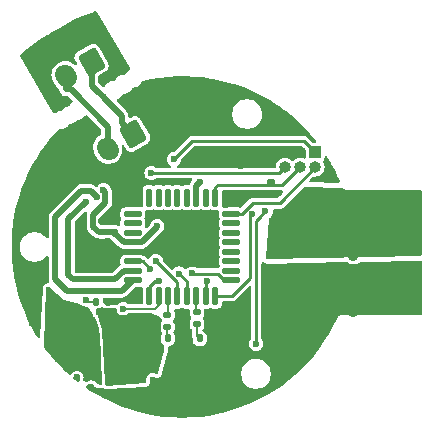
<source format=gbr>
%TF.GenerationSoftware,KiCad,Pcbnew,8.0.4*%
%TF.CreationDate,2024-10-21T16:59:15+03:00*%
%TF.ProjectId,PowerServo AE 36V 3.6A 30D,506f7765-7253-4657-9276-6f2041452033,rev?*%
%TF.SameCoordinates,Original*%
%TF.FileFunction,Copper,L1,Top*%
%TF.FilePolarity,Positive*%
%FSLAX46Y46*%
G04 Gerber Fmt 4.6, Leading zero omitted, Abs format (unit mm)*
G04 Created by KiCad (PCBNEW 8.0.4) date 2024-10-21 16:59:15*
%MOMM*%
%LPD*%
G01*
G04 APERTURE LIST*
G04 Aperture macros list*
%AMRoundRect*
0 Rectangle with rounded corners*
0 $1 Rounding radius*
0 $2 $3 $4 $5 $6 $7 $8 $9 X,Y pos of 4 corners*
0 Add a 4 corners polygon primitive as box body*
4,1,4,$2,$3,$4,$5,$6,$7,$8,$9,$2,$3,0*
0 Add four circle primitives for the rounded corners*
1,1,$1+$1,$2,$3*
1,1,$1+$1,$4,$5*
1,1,$1+$1,$6,$7*
1,1,$1+$1,$8,$9*
0 Add four rect primitives between the rounded corners*
20,1,$1+$1,$2,$3,$4,$5,0*
20,1,$1+$1,$4,$5,$6,$7,0*
20,1,$1+$1,$6,$7,$8,$9,0*
20,1,$1+$1,$8,$9,$2,$3,0*%
%AMHorizOval*
0 Thick line with rounded ends*
0 $1 width*
0 $2 $3 position (X,Y) of the first rounded end (center of the circle)*
0 $4 $5 position (X,Y) of the second rounded end (center of the circle)*
0 Add line between two ends*
20,1,$1,$2,$3,$4,$5,0*
0 Add two circle primitives to create the rounded ends*
1,1,$1,$2,$3*
1,1,$1,$4,$5*%
G04 Aperture macros list end*
%TA.AperFunction,SMDPad,CuDef*%
%ADD10RoundRect,0.140000X0.170000X-0.140000X0.170000X0.140000X-0.170000X0.140000X-0.170000X-0.140000X0*%
%TD*%
%TA.AperFunction,SMDPad,CuDef*%
%ADD11RoundRect,0.125000X-0.625000X-0.125000X0.625000X-0.125000X0.625000X0.125000X-0.625000X0.125000X0*%
%TD*%
%TA.AperFunction,SMDPad,CuDef*%
%ADD12RoundRect,0.125000X-0.125000X-0.625000X0.125000X-0.625000X0.125000X0.625000X-0.125000X0.625000X0*%
%TD*%
%TA.AperFunction,SMDPad,CuDef*%
%ADD13RoundRect,0.135000X-0.185000X0.135000X-0.185000X-0.135000X0.185000X-0.135000X0.185000X0.135000X0*%
%TD*%
%TA.AperFunction,ComponentPad*%
%ADD14RoundRect,0.250000X-1.125000X-1.125000X1.125000X-1.125000X1.125000X1.125000X-1.125000X1.125000X0*%
%TD*%
%TA.AperFunction,SMDPad,CuDef*%
%ADD15RoundRect,0.135000X-0.135000X-0.185000X0.135000X-0.185000X0.135000X0.185000X-0.135000X0.185000X0*%
%TD*%
%TA.AperFunction,ComponentPad*%
%ADD16R,3.000000X3.000000*%
%TD*%
%TA.AperFunction,ComponentPad*%
%ADD17C,3.000000*%
%TD*%
%TA.AperFunction,ComponentPad*%
%ADD18RoundRect,0.250000X0.144615X0.949519X-0.894615X0.349519X-0.144615X-0.949519X0.894615X-0.349519X0*%
%TD*%
%TA.AperFunction,ComponentPad*%
%ADD19HorizOval,1.700000X-0.075000X0.129904X0.075000X-0.129904X0*%
%TD*%
%TA.AperFunction,SMDPad,CuDef*%
%ADD20RoundRect,0.147500X0.147500X0.172500X-0.147500X0.172500X-0.147500X-0.172500X0.147500X-0.172500X0*%
%TD*%
%TA.AperFunction,ComponentPad*%
%ADD21R,1.000000X1.000000*%
%TD*%
%TA.AperFunction,ComponentPad*%
%ADD22O,1.000000X1.000000*%
%TD*%
%TA.AperFunction,HeatsinkPad*%
%ADD23C,0.500000*%
%TD*%
%TA.AperFunction,HeatsinkPad*%
%ADD24R,0.500000X1.600000*%
%TD*%
%TA.AperFunction,HeatsinkPad*%
%ADD25R,0.500000X2.560000*%
%TD*%
%TA.AperFunction,ViaPad*%
%ADD26C,0.600000*%
%TD*%
%TA.AperFunction,ViaPad*%
%ADD27C,0.900000*%
%TD*%
%TA.AperFunction,Conductor*%
%ADD28C,0.508000*%
%TD*%
%TA.AperFunction,Conductor*%
%ADD29C,0.200000*%
%TD*%
%TA.AperFunction,Conductor*%
%ADD30C,0.254000*%
%TD*%
G04 APERTURE END LIST*
D10*
%TO.P,C3,1*%
%TO.N,+3V3*%
X86750000Y-71480000D03*
%TO.P,C3,2*%
%TO.N,GND*%
X86750000Y-70520000D03*
%TD*%
D11*
%TO.P,U7,1,PB9*%
%TO.N,unconnected-(U7-PB9-Pad1)*%
X89325000Y-69950000D03*
%TO.P,U7,2,PC14*%
%TO.N,unconnected-(U7-PC14-Pad2)*%
X89325000Y-70750000D03*
%TO.P,U7,3,PC15*%
%TO.N,unconnected-(U7-PC15-Pad3)*%
X89325000Y-71550000D03*
%TO.P,U7,4,VDD*%
%TO.N,+3V3*%
X89325000Y-72350000D03*
%TO.P,U7,5,VSS*%
%TO.N,GND*%
X89325000Y-73150000D03*
%TO.P,U7,6,PF2*%
%TO.N,NRST*%
X89325000Y-73950000D03*
%TO.P,U7,7,PA0*%
%TO.N,DRV_IN2*%
X89325000Y-74750000D03*
%TO.P,U7,8,PA1*%
%TO.N,DRV_IN1*%
X89325000Y-75550000D03*
D12*
%TO.P,U7,9,PA2*%
%TO.N,MOSI*%
X90700000Y-76925000D03*
%TO.P,U7,10,PA3*%
%TO.N,ISEN*%
X91500000Y-76925000D03*
%TO.P,U7,11,PA4*%
%TO.N,Net-(U7-PA4)*%
X92300000Y-76925000D03*
%TO.P,U7,12,PA5*%
%TO.N,SCK*%
X93100000Y-76925000D03*
%TO.P,U7,13,PA6*%
%TO.N,MISO*%
X93900000Y-76925000D03*
%TO.P,U7,14,PA7*%
%TO.N,Net-(U7-PA7)*%
X94700000Y-76925000D03*
%TO.P,U7,15,PB0*%
%TO.N,RP_RX*%
X95500000Y-76925000D03*
%TO.P,U7,16,PB1*%
%TO.N,RP_TX*%
X96300000Y-76925000D03*
D11*
%TO.P,U7,17,PB2*%
%TO.N,MAG_CS*%
X97675000Y-75550000D03*
%TO.P,U7,18,PA8*%
%TO.N,unconnected-(U7-PA8-Pad18)*%
X97675000Y-74750000D03*
%TO.P,U7,19,PA9/UCPD1_DBCC1*%
%TO.N,unconnected-(U7-PA9{slash}UCPD1_DBCC1-Pad19)*%
X97675000Y-73950000D03*
%TO.P,U7,20,PC6*%
%TO.N,unconnected-(U7-PC6-Pad20)*%
X97675000Y-73150000D03*
%TO.P,U7,21,PA10/UCPD1_DBCC2*%
%TO.N,unconnected-(U7-PA10{slash}UCPD1_DBCC2-Pad21)*%
X97675000Y-72350000D03*
%TO.P,U7,22,PA11/PA9*%
%TO.N,unconnected-(U7-PA11{slash}PA9-Pad22)*%
X97675000Y-71550000D03*
%TO.P,U7,23,PA12/PA10*%
%TO.N,unconnected-(U7-PA12{slash}PA10-Pad23)*%
X97675000Y-70750000D03*
%TO.P,U7,24,PA13*%
%TO.N,SWDIO*%
X97675000Y-69950000D03*
D12*
%TO.P,U7,25,PA14*%
%TO.N,SWCLK*%
X96300000Y-68575000D03*
%TO.P,U7,26,PA15*%
%TO.N,unconnected-(U7-PA15-Pad26)*%
X95500000Y-68575000D03*
%TO.P,U7,27,PB3*%
%TO.N,CAN_SILENT*%
X94700000Y-68575000D03*
%TO.P,U7,28,PB4*%
%TO.N,unconnected-(U7-PB4-Pad28)*%
X93900000Y-68575000D03*
%TO.P,U7,29,PB5*%
%TO.N,unconnected-(U7-PB5-Pad29)*%
X93100000Y-68575000D03*
%TO.P,U7,30,PB6*%
%TO.N,unconnected-(U7-PB6-Pad30)*%
X92300000Y-68575000D03*
%TO.P,U7,31,PB7*%
%TO.N,unconnected-(U7-PB7-Pad31)*%
X91500000Y-68575000D03*
%TO.P,U7,32,PB8*%
%TO.N,unconnected-(U7-PB8-Pad32)*%
X90700000Y-68575000D03*
%TD*%
D13*
%TO.P,R3,1*%
%TO.N,SWCLK*%
X100999999Y-67230000D03*
%TO.P,R3,2*%
%TO.N,GND*%
X101000001Y-68250000D03*
%TD*%
%TO.P,R4,1*%
%TO.N,Net-(U7-PA7)*%
X94750001Y-78240000D03*
%TO.P,R4,2*%
%TO.N,Net-(D1-Pad2)*%
X94749999Y-79260000D03*
%TD*%
D14*
%TO.P,J2,1,Pin_1*%
%TO.N,Net-(IC1-OUT1)*%
X89250000Y-81150000D03*
%TD*%
D10*
%TO.P,C4,1*%
%TO.N,+3V3*%
X87750000Y-71480000D03*
%TO.P,C4,2*%
%TO.N,GND*%
X87750000Y-70520000D03*
%TD*%
D15*
%TO.P,R1,1*%
%TO.N,ISEN*%
X86205000Y-77381751D03*
%TO.P,R1,2*%
%TO.N,GND*%
X87225000Y-77381749D03*
%TD*%
D16*
%TO.P,J5,1,Pin_1*%
%TO.N,GND*%
X110999999Y-75750000D03*
D17*
%TO.P,J5,2,Pin_2*%
%TO.N,+12V*%
X110999999Y-70750000D03*
%TD*%
D18*
%TO.P,J6,1,Pin_1*%
%TO.N,CAN_H*%
X85832923Y-57063277D03*
D19*
%TO.P,J6,2,Pin_2*%
%TO.N,CAN_L*%
X83667860Y-58313278D03*
%TD*%
D14*
%TO.P,J7,1,Pin_1*%
%TO.N,Net-(IC1-OUT2)*%
X84950000Y-80450000D03*
%TD*%
D18*
%TO.P,J1,1,Pin_1*%
%TO.N,CAN_H*%
X89354915Y-63188669D03*
D19*
%TO.P,J1,2,Pin_2*%
%TO.N,CAN_L*%
X87189852Y-64438670D03*
%TD*%
D16*
%TO.P,J4,1,Pin_1*%
%TO.N,GND*%
X104000000Y-75750000D03*
D17*
%TO.P,J4,2,Pin_2*%
%TO.N,+12V*%
X104000000Y-70750000D03*
%TD*%
D20*
%TO.P,D2,1*%
%TO.N,GND*%
X93234998Y-80500000D03*
%TO.P,D2,2*%
%TO.N,Net-(D2-Pad2)*%
X92265002Y-80500000D03*
%TD*%
D13*
%TO.P,R5,1*%
%TO.N,Net-(U7-PA4)*%
X92250002Y-78480000D03*
%TO.P,R5,2*%
%TO.N,Net-(D2-Pad2)*%
X92250000Y-79500000D03*
%TD*%
D21*
%TO.P,J3,1,Pin_1*%
%TO.N,+3V3*%
X104750000Y-64729999D03*
D22*
%TO.P,J3,2,Pin_2*%
%TO.N,SWDIO*%
X104750000Y-66000000D03*
%TO.P,J3,3,Pin_3*%
%TO.N,GND*%
X103479999Y-64729999D03*
%TO.P,J3,4,Pin_4*%
%TO.N,SWCLK*%
X103480002Y-65999998D03*
%TO.P,J3,5,Pin_5*%
%TO.N,GND*%
X102209996Y-64729996D03*
%TO.P,J3,6,Pin_6*%
%TO.N,NRST*%
X102210000Y-66000000D03*
%TD*%
D20*
%TO.P,D1,1*%
%TO.N,GND*%
X95969996Y-80500000D03*
%TO.P,D1,2*%
%TO.N,Net-(D1-Pad2)*%
X95000000Y-80500000D03*
%TD*%
D23*
%TO.P,U2,7,PAD*%
%TO.N,GND*%
X95612500Y-84200002D03*
D24*
X95612500Y-84750001D03*
D23*
X95612500Y-85300000D03*
%TD*%
%TO.P,U1,11,GND*%
%TO.N,GND*%
X103425003Y-80250000D03*
D25*
X103425003Y-80250000D03*
D23*
X103425001Y-81280000D03*
X103425001Y-79219999D03*
%TD*%
D26*
%TO.N,GND*%
X80350000Y-68450000D03*
X84350000Y-66050000D03*
X82750000Y-66850000D03*
X83550000Y-54850000D03*
X82750000Y-56450000D03*
X101950000Y-62050000D03*
X86750000Y-72750000D03*
X94750000Y-60450000D03*
X102750000Y-62850000D03*
X81950000Y-65250000D03*
X81000000Y-75000000D03*
X102750000Y-82850000D03*
X93500000Y-72750000D03*
X81950000Y-57250000D03*
X93750000Y-83000000D03*
X85250000Y-73250000D03*
X81500000Y-71000000D03*
X80500000Y-74500000D03*
X95600000Y-70200000D03*
X83550000Y-66050000D03*
X84350000Y-55650000D03*
X93950000Y-59650000D03*
X85150000Y-54050000D03*
X92350000Y-86050000D03*
X84350000Y-63650000D03*
X93150000Y-59650000D03*
X81150000Y-56450000D03*
X85950000Y-66050000D03*
X84750000Y-71750000D03*
X85800000Y-84600000D03*
X81150000Y-57250000D03*
X82750000Y-66050000D03*
X88875000Y-68625000D03*
X91000000Y-84000000D03*
X106400000Y-67000000D03*
X80000000Y-75000000D03*
D27*
X108000000Y-77000000D03*
D26*
X92500000Y-82750000D03*
X91550000Y-86050000D03*
X81950000Y-58850000D03*
X93000000Y-72250000D03*
X91550000Y-59650000D03*
X98513712Y-65873000D03*
X84350000Y-64450000D03*
X94750000Y-59650000D03*
X93000000Y-73250000D03*
X86750000Y-54850000D03*
X93600000Y-70200000D03*
X83550000Y-55650000D03*
X101950000Y-83650000D03*
X87550000Y-56450000D03*
X92350000Y-59650000D03*
X98750000Y-85250000D03*
X89950000Y-86050000D03*
X113150000Y-75650000D03*
X88025000Y-77350000D03*
X93950000Y-60450000D03*
X81950000Y-67650000D03*
X80800000Y-79200000D03*
D27*
X108000000Y-75750000D03*
D26*
X105250000Y-78250000D03*
X86750000Y-73750000D03*
X93150000Y-86050000D03*
X101150000Y-62850000D03*
X84350000Y-66850000D03*
X89150000Y-60450000D03*
X84350000Y-54850000D03*
X84750000Y-72750000D03*
X85750000Y-73750000D03*
X81500000Y-74500000D03*
X84600000Y-83800000D03*
X83550000Y-64450000D03*
X95550000Y-59650000D03*
X81950000Y-56450000D03*
X82750000Y-55650000D03*
X81950000Y-58050000D03*
X103550000Y-78050000D03*
X95750000Y-78250000D03*
X95550000Y-60450000D03*
X95550000Y-61250000D03*
X97150000Y-61250000D03*
X102750000Y-78050000D03*
X80000000Y-71000000D03*
X101150000Y-61250000D03*
X81150000Y-68450000D03*
X85750000Y-72750000D03*
X85150000Y-64450000D03*
X85150000Y-66850000D03*
X97150000Y-62050000D03*
X85150000Y-66050000D03*
X87550000Y-85250000D03*
X94750000Y-61250000D03*
X97150000Y-60450000D03*
X97916644Y-64566644D03*
X89950000Y-60450000D03*
X113150000Y-77250000D03*
X85950000Y-54850000D03*
X101950000Y-78050000D03*
X90750000Y-60450000D03*
X96350000Y-60450000D03*
X90750000Y-59650000D03*
X86250000Y-72250000D03*
X113150000Y-74850000D03*
X85250000Y-72250000D03*
X101950000Y-62850000D03*
X82750000Y-67650000D03*
X96350000Y-61250000D03*
X80500000Y-75500000D03*
X91600000Y-70000000D03*
X86750000Y-66050000D03*
X96350000Y-59650000D03*
X82750000Y-65250000D03*
X101150000Y-62050000D03*
X81950000Y-68450000D03*
X81950000Y-66850000D03*
X101950000Y-82850000D03*
X86250000Y-73250000D03*
X113150000Y-76450000D03*
X81950000Y-55650000D03*
X97950000Y-59650000D03*
X85150000Y-62850000D03*
X97210000Y-69170000D03*
X94000000Y-72250000D03*
X80350000Y-69250000D03*
X84350000Y-65250000D03*
X81150000Y-66850000D03*
X94600000Y-70200000D03*
X83550000Y-65250000D03*
X83550000Y-63650000D03*
X90750000Y-86050000D03*
X97150000Y-59650000D03*
X87250000Y-72250000D03*
X101681644Y-68181644D03*
X81150000Y-67650000D03*
X85950000Y-54050000D03*
D27*
X108000000Y-74600003D03*
D26*
X82750000Y-60450000D03*
X83550000Y-66850000D03*
X81150000Y-69250000D03*
X87250000Y-73250000D03*
X82750000Y-64450000D03*
D27*
X108000000Y-78250000D03*
D26*
X94000000Y-73250000D03*
X100525000Y-79200000D03*
X83550000Y-56450000D03*
X81950000Y-66050000D03*
X89750000Y-66500000D03*
X85150000Y-65250000D03*
X85150000Y-54850000D03*
X91250000Y-65500000D03*
X85150000Y-63650000D03*
X84750000Y-73750000D03*
%TO.N,+3V3*%
X86841562Y-67961430D03*
X91400000Y-71000000D03*
X92805971Y-65336318D03*
D27*
%TO.N,+12V*%
X108000000Y-72250000D03*
X108000000Y-73500000D03*
X108000000Y-68500000D03*
X108000000Y-71000000D03*
X108000000Y-69750000D03*
D26*
%TO.N,RP_RX*%
X95580000Y-75650000D03*
%TO.N,RP_TX*%
X99439193Y-69969597D03*
%TO.N,ISEN*%
X88500000Y-78000000D03*
X85350000Y-77254000D03*
%TO.N,Net-(IC1-OUT2)*%
X83000000Y-78200000D03*
X85000000Y-78200000D03*
X84000000Y-78200000D03*
X83000000Y-77200000D03*
%TO.N,Net-(IC1-OUT1)*%
X86450000Y-78300000D03*
X88600000Y-78800000D03*
X87800000Y-78600000D03*
X87000000Y-78800000D03*
X87225000Y-78300000D03*
X87000000Y-79800000D03*
%TO.N,MOSI*%
X91518759Y-75675000D03*
%TO.N,+5V*%
X99775000Y-80950000D03*
X100500000Y-69750000D03*
%TO.N,CAN_SILENT*%
X95000000Y-67250000D03*
%TO.N,NRST*%
X90904168Y-66494139D03*
X90800000Y-74600000D03*
%TO.N,DRV_IN2*%
X85325000Y-68925000D03*
%TO.N,MISO*%
X93250000Y-75000000D03*
%TO.N,MAG_CS*%
X94368144Y-74995144D03*
%TO.N,SCK*%
X91278070Y-73921235D03*
%TO.N,DRV_IN1*%
X86250000Y-68500000D03*
%TD*%
D28*
%TO.N,GND*%
X87650000Y-73150000D02*
X87250000Y-72750000D01*
D29*
X101613288Y-68250000D02*
X101681644Y-68181644D01*
D28*
X87750000Y-70520000D02*
X86750000Y-70520000D01*
X87993253Y-77381747D02*
X88025000Y-77350000D01*
X91750000Y-72250000D02*
X93000000Y-72250000D01*
X89325000Y-73150000D02*
X87650000Y-73150000D01*
X87750000Y-69750000D02*
X87750000Y-70520000D01*
X87650000Y-73150000D02*
X87250000Y-73250000D01*
X88875000Y-68625000D02*
X87750000Y-69750000D01*
X89325000Y-73150000D02*
X90850000Y-73150000D01*
X87250000Y-73250000D02*
X86750000Y-72750000D01*
D29*
X101250000Y-68250000D02*
X101613288Y-68250000D01*
D28*
X87224999Y-77381747D02*
X87993253Y-77381747D01*
X86750000Y-72750000D02*
X87250000Y-72250000D01*
X90850000Y-73150000D02*
X91750000Y-72250000D01*
%TO.N,+3V3*%
X86440001Y-71480000D02*
X86750000Y-71480000D01*
X87004000Y-68996000D02*
X85986000Y-70014000D01*
X87750000Y-71480000D02*
X87750000Y-71547294D01*
D30*
X94362289Y-63780000D02*
X103800001Y-63780000D01*
D28*
X91400000Y-71047294D02*
X90097294Y-72350000D01*
X86841562Y-67961430D02*
X87004000Y-68123868D01*
X90097294Y-72350000D02*
X89325000Y-72350000D01*
X87750000Y-71547294D02*
X88552706Y-72350000D01*
X85986000Y-71025999D02*
X86440001Y-71480000D01*
X86750000Y-71480000D02*
X87750000Y-71480000D01*
D30*
X92805971Y-65336318D02*
X94362289Y-63780000D01*
D28*
X85986000Y-70014000D02*
X85986000Y-71025999D01*
D30*
X103800001Y-63780000D02*
X104750000Y-64729999D01*
D28*
X87004000Y-68123868D02*
X87004000Y-68996000D01*
X91400000Y-71000000D02*
X91400000Y-71047294D01*
X88552706Y-72350000D02*
X89325000Y-72350000D01*
D30*
%TO.N,RP_RX*%
X95580000Y-75650000D02*
X95500000Y-75730000D01*
X95500000Y-75730000D02*
X95500000Y-76925000D01*
%TO.N,RP_TX*%
X99439193Y-69969597D02*
X99250000Y-70158790D01*
X97692688Y-76925000D02*
X96300000Y-76925000D01*
X99250000Y-70158790D02*
X99250000Y-75367688D01*
X99250000Y-75367688D02*
X97692688Y-76925000D01*
D29*
%TO.N,ISEN*%
X88500000Y-78000000D02*
X91174999Y-78000000D01*
X85350000Y-77254000D02*
X85471000Y-77375000D01*
X85471000Y-77375000D02*
X86198249Y-77375000D01*
X91500000Y-77674999D02*
X91500000Y-76925000D01*
X91174999Y-78000000D02*
X91500000Y-77674999D01*
X86198249Y-77375000D02*
X86205000Y-77381751D01*
D30*
%TO.N,MOSI*%
X90700000Y-76175001D02*
X91200001Y-75675000D01*
X90700000Y-76925000D02*
X90700000Y-76175001D01*
X91200001Y-75675000D02*
X91518759Y-75675000D01*
%TO.N,+5V*%
X100500000Y-69750000D02*
X100066193Y-70183807D01*
X100066193Y-70229309D02*
X99775000Y-70520502D01*
X99775000Y-70520502D02*
X99775000Y-80950000D01*
X100066193Y-70183807D02*
X100066193Y-70229309D01*
D28*
%TO.N,CAN_H*%
X85832923Y-57063277D02*
X85832923Y-59082923D01*
X88396000Y-61646000D02*
X88396000Y-62229754D01*
X86854000Y-60104000D02*
X88396000Y-61646000D01*
X86854000Y-60087682D02*
X86854000Y-60104000D01*
X85832923Y-59082923D02*
X86396000Y-59646000D01*
X86412318Y-59646000D02*
X86854000Y-60087682D01*
X86396000Y-59646000D02*
X86412318Y-59646000D01*
X88396000Y-62229754D02*
X89354915Y-63188669D01*
%TO.N,CAN_L*%
X87189852Y-62556170D02*
X87189852Y-64438670D01*
X83667860Y-59417860D02*
X84051542Y-59417860D01*
X84051542Y-59417860D02*
X87189852Y-62556170D01*
X83667860Y-58313278D02*
X83667860Y-59417860D01*
%TO.N,CAN_SILENT*%
X95000000Y-67250000D02*
X94700000Y-67550000D01*
X94700000Y-67550000D02*
X94700000Y-68575000D01*
D29*
%TO.N,Net-(D1-Pad2)*%
X94749999Y-79260000D02*
X94749999Y-80249999D01*
X94749999Y-80249999D02*
X95000000Y-80500000D01*
D30*
%TO.N,NRST*%
X90904168Y-66494139D02*
X90910028Y-66499999D01*
X101710001Y-66499999D02*
X102210000Y-66000000D01*
X90800000Y-74600000D02*
X90150000Y-73950000D01*
X90150000Y-73950000D02*
X89325000Y-73950000D01*
X90910028Y-66499999D02*
X101710001Y-66499999D01*
%TO.N,SWCLK*%
X96300000Y-68575000D02*
X96300000Y-67700000D01*
X101980000Y-67500000D02*
X103480002Y-65999998D01*
X96500000Y-67500000D02*
X101980000Y-67500000D01*
X96300000Y-67700000D02*
X96500000Y-67500000D01*
%TO.N,SWDIO*%
X99500000Y-69000000D02*
X101750000Y-69000000D01*
X101750000Y-69000000D02*
X104750000Y-66000000D01*
X98550000Y-69950000D02*
X99500000Y-69000000D01*
X97675000Y-69950000D02*
X98550000Y-69950000D01*
D28*
%TO.N,DRV_IN2*%
X84250000Y-75500000D02*
X87802706Y-75500000D01*
X88552706Y-74750000D02*
X89325000Y-74750000D01*
X83845999Y-70404001D02*
X83845999Y-75095999D01*
X85325000Y-68925000D02*
X83845999Y-70404001D01*
X87802706Y-75500000D02*
X88552706Y-74750000D01*
X83845999Y-75095999D02*
X84250000Y-75500000D01*
D30*
%TO.N,MISO*%
X93900000Y-76925000D02*
X93900000Y-75650000D01*
X93900000Y-75650000D02*
X93250000Y-75000000D01*
%TO.N,MAG_CS*%
X94373000Y-75000000D02*
X96532312Y-75000000D01*
X96532312Y-75000000D02*
X97082312Y-75550000D01*
X97082312Y-75550000D02*
X97675000Y-75550000D01*
X94368144Y-74995144D02*
X94373000Y-75000000D01*
%TO.N,SCK*%
X91278070Y-73921235D02*
X91284523Y-73921235D01*
X91284523Y-73921235D02*
X93100000Y-75736712D01*
X93100000Y-75736712D02*
X93100000Y-76925000D01*
D29*
%TO.N,Net-(D2-Pad2)*%
X92250000Y-79500000D02*
X92250000Y-80484998D01*
X92250000Y-80484998D02*
X92265002Y-80500000D01*
D28*
%TO.N,DRV_IN1*%
X85746000Y-67996000D02*
X84937682Y-67996000D01*
X86250000Y-68500000D02*
X85746000Y-67996000D01*
X82750000Y-70183682D02*
X82750000Y-75500000D01*
X88375000Y-76500000D02*
X89325000Y-75550000D01*
X83750000Y-76500000D02*
X88375000Y-76500000D01*
X82750000Y-75500000D02*
X83750000Y-76500000D01*
X84937682Y-67996000D02*
X82750000Y-70183682D01*
D29*
%TO.N,Net-(U7-PA7)*%
X94700000Y-78189999D02*
X94750001Y-78240000D01*
X94700000Y-76925000D02*
X94700000Y-78189999D01*
%TO.N,Net-(U7-PA4)*%
X92300000Y-76925000D02*
X92300000Y-78430002D01*
X92300000Y-78430002D02*
X92250002Y-78480000D01*
%TD*%
%TA.AperFunction,Conductor*%
%TO.N,Net-(IC1-OUT1)*%
G36*
X86758335Y-77796109D02*
G01*
X86802682Y-77824610D01*
X86862897Y-77884825D01*
X86862900Y-77884827D01*
X86973656Y-77938971D01*
X86978482Y-77941331D01*
X87053418Y-77952249D01*
X87053423Y-77952249D01*
X87396577Y-77952249D01*
X87396582Y-77952249D01*
X87471518Y-77941331D01*
X87558420Y-77898847D01*
X87612881Y-77886247D01*
X87821029Y-77886247D01*
X87888068Y-77905932D01*
X87933823Y-77958736D01*
X87943968Y-77994061D01*
X87963670Y-78143708D01*
X87963671Y-78143712D01*
X88019137Y-78277622D01*
X88019138Y-78277624D01*
X88019139Y-78277625D01*
X88107379Y-78392621D01*
X88222375Y-78480861D01*
X88356291Y-78536330D01*
X88483280Y-78553048D01*
X88499999Y-78555250D01*
X88500000Y-78555250D01*
X88500001Y-78555250D01*
X88514977Y-78553278D01*
X88643709Y-78536330D01*
X88777625Y-78480861D01*
X88892621Y-78392621D01*
X88892623Y-78392617D01*
X88892627Y-78392615D01*
X88898372Y-78386871D01*
X88900888Y-78389387D01*
X88944183Y-78357797D01*
X88986092Y-78350500D01*
X90844242Y-78350500D01*
X90895553Y-78361615D01*
X91647623Y-78703465D01*
X91700507Y-78749125D01*
X91707712Y-78761889D01*
X91750963Y-78850361D01*
X91763053Y-78893595D01*
X91776809Y-79044914D01*
X91763274Y-79113460D01*
X91751970Y-79128879D01*
X91752893Y-79129538D01*
X91746923Y-79137899D01*
X91690418Y-79253479D01*
X91690418Y-79253482D01*
X91679500Y-79328418D01*
X91679500Y-79671582D01*
X91690418Y-79746518D01*
X91690418Y-79746519D01*
X91690419Y-79746521D01*
X91746921Y-79862099D01*
X91746923Y-79862102D01*
X91795801Y-79910979D01*
X91829287Y-79972302D01*
X91824303Y-80041994D01*
X91795806Y-80086338D01*
X91791501Y-80090642D01*
X91734261Y-80202980D01*
X91719502Y-80296171D01*
X91719502Y-80703821D01*
X91729546Y-80767240D01*
X91734263Y-80797022D01*
X91791500Y-80909355D01*
X91791502Y-80909357D01*
X91791504Y-80909360D01*
X91880641Y-80998497D01*
X91880645Y-80998500D01*
X91880647Y-80998502D01*
X91896994Y-81006831D01*
X91947789Y-81054804D01*
X91964189Y-81106089D01*
X91997974Y-81477725D01*
X91994114Y-81521578D01*
X91468206Y-83449909D01*
X91431576Y-83509406D01*
X91368593Y-83539655D01*
X91299255Y-83531052D01*
X91284980Y-83522655D01*
X91284664Y-83523203D01*
X91277623Y-83519138D01*
X91143712Y-83463671D01*
X91143710Y-83463670D01*
X91143709Y-83463670D01*
X91039186Y-83449909D01*
X91000001Y-83444750D01*
X90999999Y-83444750D01*
X90856291Y-83463670D01*
X90856287Y-83463671D01*
X90722377Y-83519137D01*
X90607379Y-83607379D01*
X90519137Y-83722377D01*
X90463671Y-83856287D01*
X90463670Y-83856291D01*
X90444750Y-83999999D01*
X90444750Y-84000000D01*
X90463670Y-84143710D01*
X90464537Y-84146945D01*
X90464469Y-84149779D01*
X90464731Y-84151766D01*
X90464421Y-84151806D01*
X90462872Y-84216794D01*
X90423707Y-84274656D01*
X90359478Y-84302158D01*
X90352043Y-84302820D01*
X87124553Y-84492673D01*
X87056473Y-84476959D01*
X87007696Y-84426933D01*
X86993442Y-84375404D01*
X86989587Y-84302158D01*
X86750000Y-79750000D01*
X86205153Y-78115461D01*
X86202629Y-78045639D01*
X86238254Y-77985534D01*
X86300719Y-77954231D01*
X86322791Y-77952251D01*
X86376577Y-77952251D01*
X86376582Y-77952251D01*
X86451518Y-77941333D01*
X86509310Y-77913080D01*
X86567099Y-77884829D01*
X86567102Y-77884827D01*
X86627320Y-77824610D01*
X86688643Y-77791125D01*
X86758335Y-77796109D01*
G37*
%TD.AperFunction*%
%TD*%
%TA.AperFunction,Conductor*%
%TO.N,Net-(IC1-OUT2)*%
G36*
X82192387Y-76160323D02*
G01*
X83499998Y-77249999D01*
X83499999Y-77249999D01*
X83500000Y-77250000D01*
X84884765Y-77596191D01*
X84945029Y-77631548D01*
X84953064Y-77640999D01*
X84957375Y-77646617D01*
X84957377Y-77646618D01*
X84957379Y-77646621D01*
X85072375Y-77734861D01*
X85206291Y-77790330D01*
X85333280Y-77807048D01*
X85349999Y-77809250D01*
X85350000Y-77809250D01*
X85350001Y-77809250D01*
X85368537Y-77806809D01*
X85443742Y-77796908D01*
X85512776Y-77807673D01*
X85565032Y-77854053D01*
X85565079Y-77854127D01*
X85894087Y-78380540D01*
X85911873Y-78430070D01*
X85913668Y-78443701D01*
X85913670Y-78443711D01*
X85969137Y-78577622D01*
X85969138Y-78577624D01*
X85969139Y-78577625D01*
X86057379Y-78692621D01*
X86093570Y-78720392D01*
X86100621Y-78725802D01*
X86130285Y-78758457D01*
X86165062Y-78814100D01*
X86177547Y-78840608D01*
X86450611Y-79659800D01*
X86455913Y-79715195D01*
X86444750Y-79799995D01*
X86444750Y-79800000D01*
X86463670Y-79943709D01*
X86483062Y-79990527D01*
X86502112Y-80036518D01*
X86511380Y-80077453D01*
X86733033Y-84288867D01*
X86716899Y-84356848D01*
X86666573Y-84405315D01*
X86598032Y-84418880D01*
X86584886Y-84416976D01*
X86357186Y-84371436D01*
X86295308Y-84338986D01*
X86283128Y-84325331D01*
X86280862Y-84322378D01*
X86280861Y-84322375D01*
X86192621Y-84207379D01*
X86077625Y-84119139D01*
X86077624Y-84119138D01*
X86077622Y-84119137D01*
X85943712Y-84063671D01*
X85943710Y-84063670D01*
X85943709Y-84063670D01*
X85871854Y-84054210D01*
X85800001Y-84044750D01*
X85799999Y-84044750D01*
X85656291Y-84063670D01*
X85656287Y-84063671D01*
X85522374Y-84119138D01*
X85478792Y-84152581D01*
X85413623Y-84177775D01*
X85378988Y-84175797D01*
X85214117Y-84142823D01*
X85152240Y-84110373D01*
X85117729Y-84049621D01*
X85121541Y-83979856D01*
X85123862Y-83973809D01*
X85136330Y-83943709D01*
X85155250Y-83800000D01*
X85136330Y-83656291D01*
X85080861Y-83522375D01*
X84992621Y-83407379D01*
X84877625Y-83319139D01*
X84877624Y-83319138D01*
X84877622Y-83319137D01*
X84743712Y-83263671D01*
X84743710Y-83263670D01*
X84743709Y-83263670D01*
X84671854Y-83254210D01*
X84600001Y-83244750D01*
X84599999Y-83244750D01*
X84456291Y-83263670D01*
X84456287Y-83263671D01*
X84322377Y-83319137D01*
X84207376Y-83407381D01*
X84118764Y-83522862D01*
X84062336Y-83564065D01*
X83992590Y-83568219D01*
X83941867Y-83543346D01*
X83916238Y-83522377D01*
X83667834Y-83319137D01*
X83558629Y-83229787D01*
X83552653Y-83224569D01*
X83385643Y-83069069D01*
X83381061Y-83064576D01*
X82865373Y-82532030D01*
X82861030Y-82527306D01*
X82754898Y-82405702D01*
X82373584Y-81968800D01*
X82369496Y-81963864D01*
X82359272Y-81950848D01*
X82215984Y-81768422D01*
X81911588Y-81380881D01*
X81907757Y-81375735D01*
X81898203Y-81362183D01*
X81798863Y-81221270D01*
X81776325Y-81155137D01*
X81776327Y-81144456D01*
X81989122Y-76250192D01*
X82011699Y-76184075D01*
X82066441Y-76140657D01*
X82135966Y-76133727D01*
X82192387Y-76160323D01*
G37*
%TD.AperFunction*%
%TD*%
%TA.AperFunction,Conductor*%
%TO.N,GND*%
G36*
X113724876Y-73926675D02*
G01*
X113771619Y-73978607D01*
X113783816Y-74032344D01*
X113783640Y-74236313D01*
X113780388Y-78010049D01*
X113780038Y-78415607D01*
X113760296Y-78482629D01*
X113707452Y-78528339D01*
X113656038Y-78539500D01*
X109205458Y-78539500D01*
X109203289Y-78539481D01*
X107135820Y-78503316D01*
X107117045Y-78501553D01*
X107099047Y-78498468D01*
X107099036Y-78498468D01*
X107067519Y-78501378D01*
X107053953Y-78501884D01*
X107022320Y-78501331D01*
X107022314Y-78501331D01*
X107004586Y-78505750D01*
X106986006Y-78508904D01*
X106967819Y-78510584D01*
X106967811Y-78510585D01*
X106938126Y-78521552D01*
X106925154Y-78525552D01*
X106894446Y-78533207D01*
X106894441Y-78533210D01*
X106878465Y-78542064D01*
X106861336Y-78549920D01*
X106844196Y-78556253D01*
X106844195Y-78556253D01*
X106818354Y-78574532D01*
X106806865Y-78581749D01*
X106779183Y-78597093D01*
X106766041Y-78609783D01*
X106751528Y-78621804D01*
X106736610Y-78632357D01*
X106716380Y-78656702D01*
X106707151Y-78666646D01*
X106684380Y-78688635D01*
X106684377Y-78688639D01*
X106674970Y-78704294D01*
X106664062Y-78719665D01*
X106652386Y-78733717D01*
X106652383Y-78733721D01*
X106639142Y-78762474D01*
X106632802Y-78774468D01*
X106616503Y-78801592D01*
X106613450Y-78812239D01*
X106605509Y-78832810D01*
X106296034Y-79461550D01*
X106293052Y-79467233D01*
X105931718Y-80114493D01*
X105928447Y-80120013D01*
X105534096Y-80747744D01*
X105530543Y-80753087D01*
X105104256Y-81359567D01*
X105100431Y-81364719D01*
X104643362Y-81948307D01*
X104639277Y-81953255D01*
X104152598Y-82512457D01*
X104148261Y-82517187D01*
X103633325Y-83050442D01*
X103628750Y-83054941D01*
X103086907Y-83560856D01*
X103082105Y-83565112D01*
X102514821Y-84042316D01*
X102509805Y-84046318D01*
X101918611Y-84493525D01*
X101913395Y-84497263D01*
X101299831Y-84913306D01*
X101294429Y-84916768D01*
X100660192Y-85300499D01*
X100654618Y-85303678D01*
X100001343Y-85654105D01*
X99995612Y-85656990D01*
X99325125Y-85973135D01*
X99319252Y-85975721D01*
X98633282Y-86256768D01*
X98627284Y-86259046D01*
X97927701Y-86504230D01*
X97921592Y-86506195D01*
X97210260Y-86714862D01*
X97204058Y-86716508D01*
X96482905Y-86888093D01*
X96476626Y-86889417D01*
X95747520Y-87023474D01*
X95741182Y-87024470D01*
X95006162Y-87120625D01*
X94999780Y-87121293D01*
X94260731Y-87179300D01*
X94254323Y-87179636D01*
X93513300Y-87199332D01*
X93506883Y-87199337D01*
X92765794Y-87180674D01*
X92759386Y-87180346D01*
X92020296Y-87123373D01*
X92013913Y-87122715D01*
X91278726Y-87027582D01*
X91272386Y-87026594D01*
X90543113Y-86893557D01*
X90536832Y-86892242D01*
X89815440Y-86721664D01*
X89809236Y-86720027D01*
X89097594Y-86512348D01*
X89091483Y-86510391D01*
X88391570Y-86266189D01*
X88385575Y-86263921D01*
X88206082Y-86190674D01*
X87699218Y-85983832D01*
X87693342Y-85981255D01*
X87022389Y-85666035D01*
X87016654Y-85663157D01*
X86999722Y-85654105D01*
X86362926Y-85313661D01*
X86357350Y-85310493D01*
X85722543Y-84927627D01*
X85717143Y-84924175D01*
X85390635Y-84703441D01*
X85346121Y-84649587D01*
X85337789Y-84580216D01*
X85368285Y-84517353D01*
X85427926Y-84480956D01*
X85437346Y-84478817D01*
X85523782Y-84462723D01*
X85588951Y-84437529D01*
X85664773Y-84394947D01*
X85664793Y-84394931D01*
X85668467Y-84392509D01*
X85668730Y-84392907D01*
X85691526Y-84379742D01*
X85720961Y-84367550D01*
X85752216Y-84359175D01*
X85783813Y-84355016D01*
X85816186Y-84355017D01*
X85835988Y-84357624D01*
X85835991Y-84357624D01*
X85847781Y-84359176D01*
X85879039Y-84367553D01*
X85908471Y-84379744D01*
X85936504Y-84395928D01*
X85961785Y-84415327D01*
X85984672Y-84438214D01*
X86035928Y-84505011D01*
X86035949Y-84505041D01*
X86040757Y-84511306D01*
X86055140Y-84528682D01*
X86067326Y-84542344D01*
X86153415Y-84609534D01*
X86153420Y-84609537D01*
X86153424Y-84609540D01*
X86215302Y-84641990D01*
X86263033Y-84658884D01*
X86297275Y-84671004D01*
X86524981Y-84716545D01*
X86541078Y-84719318D01*
X86541081Y-84719318D01*
X86541096Y-84719321D01*
X86554242Y-84721225D01*
X86657343Y-84718567D01*
X86725884Y-84705002D01*
X86756508Y-84695656D01*
X86826370Y-84694916D01*
X86872322Y-84719198D01*
X86884873Y-84729711D01*
X86987765Y-84774632D01*
X86987771Y-84774633D01*
X86987773Y-84774634D01*
X86999095Y-84777247D01*
X87055845Y-84790346D01*
X87142493Y-84797646D01*
X90369983Y-84607793D01*
X90379137Y-84607116D01*
X90379164Y-84607113D01*
X90379172Y-84607113D01*
X90380334Y-84607009D01*
X90386572Y-84606454D01*
X90479729Y-84582996D01*
X90543958Y-84555494D01*
X90597756Y-84525728D01*
X90676701Y-84445900D01*
X90715866Y-84388038D01*
X90745032Y-84333910D01*
X90768285Y-84224074D01*
X90769834Y-84159086D01*
X90769833Y-84159085D01*
X90769881Y-84157107D01*
X90769949Y-84154273D01*
X90770054Y-84149886D01*
X90770054Y-84149845D01*
X90770334Y-84138100D01*
X90771283Y-84135128D01*
X90771150Y-84132646D01*
X90770370Y-84131132D01*
X90769189Y-84123841D01*
X90768354Y-84117496D01*
X90768351Y-84117464D01*
X90767519Y-84111149D01*
X90767347Y-84109842D01*
X90760637Y-84058876D01*
X90755016Y-84016178D01*
X90755016Y-83983818D01*
X90759176Y-83952216D01*
X90767550Y-83920961D01*
X90779745Y-83891520D01*
X90795921Y-83863500D01*
X90815332Y-83838204D01*
X90838204Y-83815332D01*
X90863500Y-83795921D01*
X90891520Y-83779745D01*
X90920961Y-83767550D01*
X90952220Y-83759175D01*
X90983813Y-83755016D01*
X91016184Y-83755016D01*
X91047774Y-83759175D01*
X91079038Y-83767552D01*
X91139100Y-83792431D01*
X91152434Y-83798914D01*
X91154660Y-83800166D01*
X91261639Y-83834227D01*
X91330977Y-83842830D01*
X91392441Y-83844223D01*
X91500853Y-83815041D01*
X91563836Y-83784792D01*
X91616300Y-83752731D01*
X91691725Y-83669570D01*
X91728355Y-83610073D01*
X91762941Y-83530291D01*
X91798045Y-83401577D01*
X98499500Y-83401577D01*
X98499500Y-83598422D01*
X98530290Y-83792826D01*
X98591117Y-83980029D01*
X98664393Y-84123841D01*
X98680476Y-84155405D01*
X98796172Y-84314646D01*
X98935354Y-84453828D01*
X99094595Y-84569524D01*
X99167071Y-84606452D01*
X99269970Y-84658882D01*
X99269972Y-84658882D01*
X99269975Y-84658884D01*
X99356682Y-84687057D01*
X99457173Y-84719709D01*
X99651578Y-84750500D01*
X99651583Y-84750500D01*
X99848422Y-84750500D01*
X100042826Y-84719709D01*
X100092893Y-84703441D01*
X100230025Y-84658884D01*
X100405405Y-84569524D01*
X100564646Y-84453828D01*
X100703828Y-84314646D01*
X100819524Y-84155405D01*
X100908884Y-83980025D01*
X100969709Y-83792826D01*
X100971781Y-83779741D01*
X101000500Y-83598422D01*
X101000500Y-83401577D01*
X100969709Y-83207173D01*
X100908882Y-83019970D01*
X100819523Y-82844594D01*
X100787026Y-82799866D01*
X100703828Y-82685354D01*
X100564646Y-82546172D01*
X100405405Y-82430476D01*
X100230029Y-82341117D01*
X100042826Y-82280290D01*
X99848422Y-82249500D01*
X99848417Y-82249500D01*
X99651583Y-82249500D01*
X99651578Y-82249500D01*
X99457173Y-82280290D01*
X99269970Y-82341117D01*
X99094594Y-82430476D01*
X99003741Y-82496485D01*
X98935354Y-82546172D01*
X98935352Y-82546174D01*
X98935351Y-82546174D01*
X98796174Y-82685351D01*
X98796174Y-82685352D01*
X98796172Y-82685354D01*
X98746485Y-82753741D01*
X98680476Y-82844594D01*
X98591117Y-83019970D01*
X98530290Y-83207173D01*
X98499500Y-83401577D01*
X91798045Y-83401577D01*
X92288849Y-81601960D01*
X92298437Y-81548365D01*
X92302297Y-81504512D01*
X92302219Y-81450066D01*
X92284551Y-81255724D01*
X92298085Y-81187179D01*
X92346530Y-81136832D01*
X92408042Y-81120499D01*
X92466462Y-81120499D01*
X92466464Y-81120499D01*
X92496731Y-81117662D01*
X92624203Y-81073057D01*
X92732864Y-80992862D01*
X92813059Y-80884201D01*
X92857664Y-80756729D01*
X92860502Y-80726463D01*
X92860501Y-80273538D01*
X92857664Y-80243271D01*
X92813059Y-80115799D01*
X92771581Y-80059598D01*
X92747611Y-79993971D01*
X92762926Y-79925800D01*
X92771575Y-79912342D01*
X92824381Y-79840794D01*
X92859636Y-79740043D01*
X92867741Y-79716881D01*
X92867741Y-79716879D01*
X92868722Y-79706420D01*
X92870500Y-79687457D01*
X92870499Y-79312544D01*
X92867741Y-79283121D01*
X92824381Y-79159206D01*
X92753845Y-79063634D01*
X92729875Y-78998006D01*
X92745190Y-78929836D01*
X92753841Y-78916374D01*
X92824383Y-78820794D01*
X92851957Y-78741993D01*
X92867743Y-78696881D01*
X92867743Y-78696879D01*
X92869666Y-78676367D01*
X92870502Y-78667457D01*
X92870501Y-78292544D01*
X92867743Y-78263121D01*
X92824819Y-78140454D01*
X92821257Y-78070676D01*
X92855986Y-78010049D01*
X92917979Y-77977821D01*
X92941861Y-77975500D01*
X93258493Y-77975500D01*
X93358121Y-77959720D01*
X93358121Y-77959719D01*
X93358126Y-77959719D01*
X93443708Y-77916112D01*
X93512374Y-77903217D01*
X93556289Y-77916111D01*
X93641874Y-77959719D01*
X93641876Y-77959719D01*
X93641878Y-77959720D01*
X93741507Y-77975500D01*
X94005501Y-77975500D01*
X94072540Y-77995185D01*
X94118295Y-78047989D01*
X94129501Y-78099500D01*
X94129501Y-78427453D01*
X94132259Y-78456874D01*
X94132261Y-78456884D01*
X94174802Y-78578457D01*
X94175620Y-78580794D01*
X94213677Y-78632359D01*
X94246154Y-78676364D01*
X94270125Y-78741993D01*
X94254810Y-78810164D01*
X94246155Y-78823631D01*
X94175617Y-78919207D01*
X94132257Y-79043118D01*
X94132257Y-79043120D01*
X94129499Y-79072538D01*
X94129499Y-79447453D01*
X94132257Y-79476874D01*
X94132259Y-79476884D01*
X94175617Y-79600792D01*
X94253573Y-79706420D01*
X94253574Y-79706421D01*
X94253576Y-79706423D01*
X94299132Y-79740045D01*
X94341383Y-79795690D01*
X94349499Y-79839814D01*
X94349499Y-80302725D01*
X94376793Y-80404590D01*
X94387887Y-80423805D01*
X94404500Y-80485804D01*
X94404500Y-80726459D01*
X94407337Y-80756724D01*
X94407339Y-80756733D01*
X94451942Y-80884199D01*
X94451943Y-80884201D01*
X94532138Y-80992862D01*
X94640799Y-81073057D01*
X94768271Y-81117662D01*
X94798537Y-81120500D01*
X95201462Y-81120499D01*
X95231729Y-81117662D01*
X95359201Y-81073057D01*
X95467862Y-80992862D01*
X95548057Y-80884201D01*
X95592662Y-80756729D01*
X95595500Y-80726463D01*
X95595499Y-80273538D01*
X95592662Y-80243271D01*
X95548057Y-80115799D01*
X95467862Y-80007138D01*
X95359201Y-79926943D01*
X95355935Y-79925800D01*
X95298566Y-79905725D01*
X95241791Y-79865002D01*
X95216045Y-79800049D01*
X95229502Y-79731487D01*
X95241872Y-79714614D01*
X95240904Y-79713900D01*
X95260417Y-79687461D01*
X95324380Y-79600794D01*
X95357413Y-79506392D01*
X95367740Y-79476881D01*
X95367740Y-79476879D01*
X95368048Y-79473591D01*
X95370499Y-79447457D01*
X95370498Y-79072544D01*
X95367740Y-79043121D01*
X95324380Y-78919206D01*
X95253844Y-78823634D01*
X95229874Y-78758006D01*
X95245189Y-78689836D01*
X95253840Y-78676374D01*
X95324382Y-78580794D01*
X95351551Y-78503151D01*
X95367742Y-78456881D01*
X95367742Y-78456879D01*
X95367742Y-78456874D01*
X95370501Y-78427457D01*
X95370500Y-78099499D01*
X95390184Y-78032461D01*
X95442988Y-77986706D01*
X95494500Y-77975500D01*
X95658493Y-77975500D01*
X95758121Y-77959720D01*
X95758121Y-77959719D01*
X95758126Y-77959719D01*
X95843708Y-77916112D01*
X95912374Y-77903217D01*
X95956289Y-77916111D01*
X96041874Y-77959719D01*
X96041876Y-77959719D01*
X96041878Y-77959720D01*
X96141507Y-77975500D01*
X96141512Y-77975500D01*
X96458493Y-77975500D01*
X96558121Y-77959720D01*
X96558121Y-77959719D01*
X96558126Y-77959719D01*
X96678220Y-77898528D01*
X96773528Y-77803220D01*
X96834719Y-77683126D01*
X96840614Y-77645906D01*
X96850500Y-77583493D01*
X96850500Y-77476500D01*
X96870185Y-77409461D01*
X96922989Y-77363706D01*
X96974500Y-77352500D01*
X97748967Y-77352500D01*
X97748969Y-77352500D01*
X97857697Y-77323367D01*
X97955179Y-77267085D01*
X99135819Y-76086445D01*
X99197142Y-76052960D01*
X99266834Y-76057944D01*
X99322767Y-76099816D01*
X99347184Y-76165280D01*
X99347500Y-76174126D01*
X99347500Y-80478606D01*
X99327815Y-80545645D01*
X99321876Y-80554092D01*
X99250464Y-80647157D01*
X99189956Y-80793237D01*
X99189955Y-80793239D01*
X99169318Y-80949998D01*
X99169318Y-80950001D01*
X99189955Y-81106760D01*
X99189956Y-81106762D01*
X99250464Y-81252841D01*
X99346718Y-81378282D01*
X99472159Y-81474536D01*
X99618238Y-81535044D01*
X99696619Y-81545363D01*
X99774999Y-81555682D01*
X99775000Y-81555682D01*
X99775001Y-81555682D01*
X99830730Y-81548345D01*
X99931762Y-81535044D01*
X100077841Y-81474536D01*
X100203282Y-81378282D01*
X100299536Y-81252841D01*
X100360044Y-81106762D01*
X100380682Y-80950000D01*
X100372019Y-80884201D01*
X100360044Y-80793239D01*
X100360044Y-80793238D01*
X100299536Y-80647159D01*
X100299535Y-80647158D01*
X100299535Y-80647157D01*
X100228124Y-80554092D01*
X100202930Y-80488923D01*
X100202500Y-80478606D01*
X100202500Y-74169434D01*
X100222185Y-74102395D01*
X100274989Y-74056640D01*
X100344147Y-74046696D01*
X100393057Y-74064810D01*
X100398022Y-74067969D01*
X100513666Y-74120142D01*
X100581065Y-74138558D01*
X100581071Y-74138558D01*
X100581076Y-74138560D01*
X100638490Y-74145711D01*
X100695595Y-74152825D01*
X107411030Y-74026117D01*
X107478426Y-74044533D01*
X107501047Y-74062414D01*
X107529109Y-74090476D01*
X107529115Y-74090481D01*
X107672302Y-74180452D01*
X107672305Y-74180454D01*
X107672309Y-74180455D01*
X107672310Y-74180456D01*
X107744913Y-74205860D01*
X107831943Y-74236314D01*
X107999997Y-74255249D01*
X108000000Y-74255249D01*
X108000003Y-74255249D01*
X108168056Y-74236314D01*
X108168059Y-74236313D01*
X108327690Y-74180456D01*
X108470890Y-74090477D01*
X108521516Y-74039850D01*
X108582836Y-74006366D01*
X108606848Y-74003554D01*
X113657481Y-73908260D01*
X113724876Y-73926675D01*
G37*
%TD.AperFunction*%
%TA.AperFunction,Conductor*%
G36*
X84616186Y-83555017D02*
G01*
X84635988Y-83557624D01*
X84635991Y-83557624D01*
X84647781Y-83559176D01*
X84679039Y-83567553D01*
X84708471Y-83579744D01*
X84736501Y-83595926D01*
X84761785Y-83615327D01*
X84784669Y-83638210D01*
X84804069Y-83663493D01*
X84820253Y-83691525D01*
X84827425Y-83708839D01*
X84832446Y-83720961D01*
X84840823Y-83752225D01*
X84844982Y-83783813D01*
X84844982Y-83816186D01*
X84840335Y-83851482D01*
X84837320Y-83865653D01*
X84837339Y-83865658D01*
X84816496Y-83963187D01*
X84812684Y-84032944D01*
X84812683Y-84032956D01*
X84812818Y-84035859D01*
X84796247Y-84103735D01*
X84745610Y-84151877D01*
X84676984Y-84165000D01*
X84614283Y-84140577D01*
X84505921Y-84058845D01*
X84500973Y-84054907D01*
X84340049Y-83919921D01*
X84301340Y-83861758D01*
X84300220Y-83791897D01*
X84333111Y-83736202D01*
X84348719Y-83720961D01*
X84361133Y-83708839D01*
X84415324Y-83638214D01*
X84438206Y-83615331D01*
X84463499Y-83595923D01*
X84491526Y-83579743D01*
X84520958Y-83567552D01*
X84552216Y-83559175D01*
X84583813Y-83555016D01*
X84616186Y-83555017D01*
G37*
%TD.AperFunction*%
%TA.AperFunction,Conductor*%
G36*
X93809293Y-58290060D02*
G01*
X94548383Y-58324799D01*
X94554720Y-58325261D01*
X95291047Y-58398077D01*
X95297356Y-58398866D01*
X95950769Y-58497737D01*
X96028911Y-58509561D01*
X96035210Y-58510681D01*
X96141036Y-58532328D01*
X96760085Y-58658961D01*
X96766271Y-58660393D01*
X97482567Y-58845875D01*
X97488681Y-58847628D01*
X98194444Y-59069806D01*
X98200447Y-59071867D01*
X98893818Y-59330154D01*
X98899743Y-59332538D01*
X99578814Y-59626223D01*
X99584618Y-59628913D01*
X100247655Y-59957242D01*
X100253305Y-59960223D01*
X100898540Y-60322324D01*
X100904003Y-60325578D01*
X101291569Y-60570184D01*
X101529705Y-60720480D01*
X101535026Y-60724034D01*
X101718325Y-60853405D01*
X102108953Y-61129107D01*
X102139498Y-61150665D01*
X102144623Y-61154484D01*
X102262270Y-61246966D01*
X102726287Y-61611727D01*
X102731213Y-61615809D01*
X103288522Y-62102449D01*
X103293231Y-62106780D01*
X103824695Y-62621517D01*
X103829170Y-62626080D01*
X104333385Y-63167553D01*
X104337614Y-63172337D01*
X104802060Y-63725789D01*
X104830076Y-63789796D01*
X104819039Y-63858788D01*
X104772455Y-63910862D01*
X104707074Y-63929499D01*
X104605438Y-63929499D01*
X104538399Y-63909814D01*
X104517757Y-63893180D01*
X104062494Y-63437917D01*
X104062492Y-63437915D01*
X104013751Y-63409774D01*
X103965011Y-63381633D01*
X103910646Y-63367066D01*
X103856282Y-63352500D01*
X94418570Y-63352500D01*
X94306008Y-63352500D01*
X94197278Y-63381633D01*
X94099798Y-63437915D01*
X94099795Y-63437917D01*
X92837007Y-64700704D01*
X92775684Y-64734189D01*
X92765512Y-64735962D01*
X92649209Y-64751274D01*
X92649208Y-64751274D01*
X92503131Y-64811781D01*
X92377689Y-64908036D01*
X92281434Y-65033478D01*
X92220927Y-65179555D01*
X92220926Y-65179557D01*
X92200289Y-65336316D01*
X92200289Y-65336319D01*
X92220926Y-65493078D01*
X92220927Y-65493080D01*
X92264875Y-65599181D01*
X92281435Y-65639159D01*
X92345182Y-65722236D01*
X92377690Y-65764601D01*
X92489145Y-65850123D01*
X92530348Y-65906551D01*
X92534503Y-65976297D01*
X92500291Y-66037217D01*
X92438573Y-66069970D01*
X92413659Y-66072499D01*
X91383198Y-66072499D01*
X91316159Y-66052814D01*
X91307724Y-66046884D01*
X91207009Y-65969603D01*
X91060930Y-65909095D01*
X91060928Y-65909094D01*
X90904169Y-65888457D01*
X90904167Y-65888457D01*
X90747407Y-65909094D01*
X90747405Y-65909095D01*
X90601328Y-65969602D01*
X90475886Y-66065857D01*
X90379631Y-66191299D01*
X90319124Y-66337376D01*
X90319123Y-66337378D01*
X90298486Y-66494137D01*
X90298486Y-66494140D01*
X90319123Y-66650899D01*
X90319124Y-66650901D01*
X90377309Y-66791373D01*
X90379632Y-66796980D01*
X90475886Y-66922421D01*
X90601327Y-67018675D01*
X90747406Y-67079183D01*
X90800007Y-67086108D01*
X90904167Y-67099821D01*
X90904168Y-67099821D01*
X90904169Y-67099821D01*
X90956422Y-67092941D01*
X91060930Y-67079183D01*
X91207009Y-67018675D01*
X91292438Y-66953122D01*
X91357607Y-66927929D01*
X91367924Y-66927499D01*
X94238957Y-66927499D01*
X94305996Y-66947184D01*
X94351751Y-66999988D01*
X94361695Y-67069146D01*
X94332670Y-67132702D01*
X94326638Y-67139180D01*
X94256290Y-67209527D01*
X94256289Y-67209529D01*
X94231264Y-67252875D01*
X94221602Y-67269610D01*
X94221601Y-67269611D01*
X94183289Y-67335968D01*
X94183288Y-67335971D01*
X94173070Y-67374108D01*
X94157399Y-67432593D01*
X94121034Y-67492254D01*
X94058187Y-67522783D01*
X94037624Y-67524500D01*
X93741507Y-67524500D01*
X93641876Y-67540279D01*
X93556294Y-67583886D01*
X93487625Y-67596782D01*
X93443706Y-67583886D01*
X93358123Y-67540279D01*
X93258493Y-67524500D01*
X93258488Y-67524500D01*
X92941512Y-67524500D01*
X92941507Y-67524500D01*
X92841876Y-67540279D01*
X92756294Y-67583886D01*
X92687625Y-67596782D01*
X92643706Y-67583886D01*
X92558123Y-67540279D01*
X92458493Y-67524500D01*
X92458488Y-67524500D01*
X92141512Y-67524500D01*
X92141507Y-67524500D01*
X92041876Y-67540279D01*
X91956294Y-67583886D01*
X91887625Y-67596782D01*
X91843706Y-67583886D01*
X91758123Y-67540279D01*
X91658493Y-67524500D01*
X91658488Y-67524500D01*
X91341512Y-67524500D01*
X91341507Y-67524500D01*
X91241876Y-67540279D01*
X91156294Y-67583886D01*
X91087625Y-67596782D01*
X91043706Y-67583886D01*
X90958123Y-67540279D01*
X90858493Y-67524500D01*
X90858488Y-67524500D01*
X90541512Y-67524500D01*
X90541507Y-67524500D01*
X90441878Y-67540279D01*
X90441874Y-67540280D01*
X90441874Y-67540281D01*
X90361811Y-67581075D01*
X90321778Y-67601473D01*
X90321774Y-67601476D01*
X90226476Y-67696774D01*
X90226473Y-67696778D01*
X90165279Y-67816878D01*
X90149500Y-67916506D01*
X90149500Y-69233493D01*
X90154042Y-69262171D01*
X90145087Y-69331465D01*
X90100091Y-69384917D01*
X90033339Y-69405556D01*
X90012171Y-69404042D01*
X89983493Y-69399500D01*
X89983488Y-69399500D01*
X88666512Y-69399500D01*
X88666507Y-69399500D01*
X88566878Y-69415279D01*
X88446778Y-69476473D01*
X88446774Y-69476476D01*
X88351476Y-69571774D01*
X88351473Y-69571778D01*
X88290279Y-69691878D01*
X88274500Y-69791506D01*
X88274500Y-70108493D01*
X88290279Y-70208123D01*
X88333886Y-70293706D01*
X88346782Y-70362375D01*
X88333886Y-70406294D01*
X88290279Y-70491876D01*
X88274500Y-70591506D01*
X88274500Y-70822594D01*
X88254815Y-70889633D01*
X88202011Y-70935388D01*
X88132853Y-70945332D01*
X88109545Y-70939635D01*
X88002826Y-70902291D01*
X88002814Y-70902289D01*
X87973070Y-70899500D01*
X87973066Y-70899500D01*
X87526934Y-70899500D01*
X87526930Y-70899500D01*
X87497185Y-70902289D01*
X87497176Y-70902291D01*
X87450739Y-70918541D01*
X87409783Y-70925500D01*
X87090217Y-70925500D01*
X87049261Y-70918541D01*
X87002823Y-70902291D01*
X87002814Y-70902289D01*
X86973070Y-70899500D01*
X86973066Y-70899500D01*
X86695044Y-70899500D01*
X86628005Y-70879815D01*
X86607363Y-70863181D01*
X86576819Y-70832637D01*
X86543334Y-70771314D01*
X86540500Y-70744956D01*
X86540500Y-70295042D01*
X86560185Y-70228003D01*
X86576815Y-70207365D01*
X87334261Y-69449918D01*
X87334266Y-69449915D01*
X87344469Y-69439711D01*
X87344471Y-69439711D01*
X87447711Y-69336471D01*
X87520712Y-69210029D01*
X87540228Y-69137194D01*
X87558500Y-69069002D01*
X87558500Y-68922999D01*
X87558500Y-68050867D01*
X87554096Y-68034432D01*
X87520712Y-67909839D01*
X87508350Y-67888428D01*
X87447711Y-67783397D01*
X87414082Y-67749768D01*
X87387202Y-67709539D01*
X87366099Y-67658591D01*
X87366098Y-67658590D01*
X87366098Y-67658589D01*
X87269844Y-67533148D01*
X87144403Y-67436894D01*
X87134019Y-67432593D01*
X86998324Y-67376386D01*
X86998322Y-67376385D01*
X86841563Y-67355748D01*
X86841561Y-67355748D01*
X86684801Y-67376385D01*
X86684799Y-67376386D01*
X86538722Y-67436893D01*
X86532718Y-67441500D01*
X86413280Y-67533148D01*
X86413279Y-67533149D01*
X86413278Y-67533150D01*
X86349152Y-67616720D01*
X86292724Y-67657922D01*
X86222978Y-67662077D01*
X86163096Y-67628914D01*
X86086472Y-67552290D01*
X86086467Y-67552286D01*
X85960032Y-67479289D01*
X85960028Y-67479287D01*
X85951480Y-67476997D01*
X85951480Y-67476996D01*
X85843246Y-67447996D01*
X85819002Y-67441500D01*
X85819001Y-67441500D01*
X85018296Y-67441500D01*
X85018280Y-67441499D01*
X85010684Y-67441499D01*
X84864681Y-67441499D01*
X84794167Y-67460393D01*
X84723651Y-67479288D01*
X84723650Y-67479289D01*
X84597214Y-67552286D01*
X84597209Y-67552290D01*
X82306290Y-69843209D01*
X82306286Y-69843214D01*
X82234928Y-69966812D01*
X82234925Y-69966817D01*
X82233289Y-69969649D01*
X82233288Y-69969652D01*
X82196093Y-70108468D01*
X82196088Y-70108487D01*
X82195500Y-70110680D01*
X82195500Y-71886354D01*
X82175815Y-71953393D01*
X82123011Y-71999148D01*
X82053853Y-72009092D01*
X81990297Y-71980067D01*
X81971183Y-71959241D01*
X81953828Y-71935354D01*
X81814648Y-71796174D01*
X81814646Y-71796172D01*
X81655405Y-71680476D01*
X81480029Y-71591117D01*
X81292826Y-71530290D01*
X81098422Y-71499500D01*
X81098417Y-71499500D01*
X80901583Y-71499500D01*
X80901578Y-71499500D01*
X80707173Y-71530290D01*
X80519970Y-71591117D01*
X80344594Y-71680476D01*
X80306033Y-71708493D01*
X80185354Y-71796172D01*
X80185352Y-71796174D01*
X80185351Y-71796174D01*
X80046174Y-71935351D01*
X80046174Y-71935352D01*
X80046172Y-71935354D01*
X80035531Y-71950000D01*
X79930476Y-72094594D01*
X79841117Y-72269970D01*
X79780290Y-72457173D01*
X79749500Y-72651577D01*
X79749500Y-72848422D01*
X79780290Y-73042826D01*
X79841117Y-73230029D01*
X79881097Y-73308493D01*
X79930476Y-73405405D01*
X80046172Y-73564646D01*
X80185354Y-73703828D01*
X80344595Y-73819524D01*
X80420729Y-73858316D01*
X80519970Y-73908882D01*
X80519972Y-73908882D01*
X80519975Y-73908884D01*
X80574730Y-73926675D01*
X80707173Y-73969709D01*
X80901578Y-74000500D01*
X80901583Y-74000500D01*
X81098422Y-74000500D01*
X81292826Y-73969709D01*
X81480025Y-73908884D01*
X81655405Y-73819524D01*
X81814646Y-73703828D01*
X81953828Y-73564646D01*
X81971182Y-73540759D01*
X82026511Y-73498094D01*
X82096125Y-73492115D01*
X82157920Y-73524720D01*
X82192277Y-73585559D01*
X82195500Y-73613645D01*
X82195500Y-75426998D01*
X82195500Y-75573002D01*
X82200586Y-75591982D01*
X82222470Y-75673657D01*
X82220807Y-75743507D01*
X82181644Y-75801369D01*
X82117415Y-75828873D01*
X82108899Y-75829411D01*
X82105666Y-75829733D01*
X82105665Y-75829733D01*
X82073732Y-75832916D01*
X82036137Y-75836663D01*
X82036136Y-75836663D01*
X81975886Y-75848886D01*
X81975880Y-75848888D01*
X81876604Y-75901299D01*
X81876600Y-75901302D01*
X81821863Y-75944716D01*
X81821855Y-75944723D01*
X81777775Y-75987580D01*
X81777775Y-75987581D01*
X81722588Y-76085356D01*
X81722586Y-76085362D01*
X81700015Y-76151461D01*
X81700011Y-76151476D01*
X81683910Y-76236919D01*
X81683909Y-76236931D01*
X81503648Y-80382910D01*
X81481070Y-80449031D01*
X81426328Y-80492449D01*
X81356803Y-80499379D01*
X81294568Y-80467621D01*
X81274859Y-80443635D01*
X81081843Y-80137341D01*
X81078586Y-80131862D01*
X80716327Y-79485067D01*
X80713343Y-79479400D01*
X80385031Y-78814735D01*
X80382357Y-78808950D01*
X80088863Y-78128180D01*
X80086490Y-78122259D01*
X79870118Y-77539101D01*
X79828606Y-77427220D01*
X79826531Y-77421149D01*
X79795904Y-77323366D01*
X79604950Y-76713715D01*
X79603209Y-76707605D01*
X79418511Y-75989617D01*
X79417094Y-75983456D01*
X79269778Y-75256835D01*
X79268674Y-75250554D01*
X79259720Y-75190612D01*
X79159155Y-74517369D01*
X79158376Y-74511047D01*
X79086929Y-73773146D01*
X79086478Y-73766764D01*
X79086375Y-73764475D01*
X79053299Y-73026180D01*
X79053179Y-73019780D01*
X79058355Y-72278472D01*
X79058565Y-72272107D01*
X79102082Y-71532055D01*
X79102624Y-71525673D01*
X79105528Y-71499500D01*
X79184365Y-70788869D01*
X79185232Y-70782554D01*
X79304986Y-70050921D01*
X79306173Y-70044689D01*
X79463614Y-69320228D01*
X79465127Y-69314043D01*
X79659828Y-68598725D01*
X79661660Y-68592621D01*
X79893104Y-67888329D01*
X79895246Y-67882338D01*
X80162818Y-67190951D01*
X80165267Y-67185078D01*
X80468243Y-66508467D01*
X80471013Y-66502689D01*
X80808574Y-65842674D01*
X80811630Y-65837064D01*
X80821072Y-65820745D01*
X81182881Y-65195399D01*
X81186215Y-65189966D01*
X81590173Y-64568346D01*
X81593764Y-64563120D01*
X82029356Y-63963205D01*
X82033235Y-63958144D01*
X82499265Y-63381581D01*
X82503404Y-63376724D01*
X82996675Y-62827224D01*
X83000953Y-62822696D01*
X83044006Y-62779351D01*
X83105216Y-62745659D01*
X83145862Y-62743515D01*
X83239025Y-62754012D01*
X83249999Y-62755249D01*
X83250000Y-62755249D01*
X83250003Y-62755249D01*
X83418056Y-62736314D01*
X83430768Y-62731866D01*
X83577690Y-62680456D01*
X83577692Y-62680454D01*
X83577694Y-62680454D01*
X83577697Y-62680452D01*
X83720884Y-62590481D01*
X83720885Y-62590480D01*
X83720890Y-62590477D01*
X83840477Y-62470890D01*
X83878559Y-62410281D01*
X83930893Y-62363990D01*
X83969670Y-62353033D01*
X84118055Y-62336314D01*
X84118057Y-62336313D01*
X84118059Y-62336313D01*
X84277690Y-62280456D01*
X84277692Y-62280454D01*
X84277694Y-62280454D01*
X84277697Y-62280452D01*
X84420884Y-62190481D01*
X84420885Y-62190480D01*
X84420890Y-62190477D01*
X84540477Y-62070890D01*
X84548342Y-62058371D01*
X84600673Y-62012079D01*
X84639453Y-62001119D01*
X84718196Y-61992247D01*
X84779249Y-61985369D01*
X84779252Y-61985368D01*
X84779255Y-61985368D01*
X84949522Y-61925789D01*
X85102262Y-61829816D01*
X85229816Y-61702262D01*
X85271322Y-61636204D01*
X85323657Y-61589914D01*
X85392710Y-61579266D01*
X85456559Y-61607641D01*
X85463997Y-61614496D01*
X86599033Y-62749532D01*
X86632518Y-62810855D01*
X86635352Y-62837213D01*
X86635352Y-63185530D01*
X86615667Y-63252569D01*
X86573352Y-63292917D01*
X86461193Y-63357672D01*
X86461189Y-63357674D01*
X86461187Y-63357676D01*
X86430917Y-63382188D01*
X86320449Y-63471643D01*
X86199278Y-63606215D01*
X86199273Y-63606221D01*
X86100648Y-63758092D01*
X86026988Y-63923534D01*
X85980119Y-64098450D01*
X85961189Y-64278553D01*
X85961189Y-64278561D01*
X85970666Y-64459397D01*
X85970667Y-64459404D01*
X86008319Y-64636536D01*
X86073213Y-64805595D01*
X86073218Y-64805604D01*
X86076785Y-64811782D01*
X86313762Y-65222238D01*
X86313765Y-65222242D01*
X86313768Y-65222246D01*
X86427725Y-65362972D01*
X86427726Y-65362974D01*
X86562302Y-65484147D01*
X86562307Y-65484151D01*
X86714181Y-65582778D01*
X86714186Y-65582781D01*
X86775790Y-65610209D01*
X86879618Y-65656437D01*
X86879619Y-65656437D01*
X86879621Y-65656438D01*
X86937925Y-65672060D01*
X87054541Y-65703307D01*
X87234641Y-65722236D01*
X87415486Y-65712759D01*
X87592622Y-65675107D01*
X87761686Y-65610209D01*
X87918516Y-65519663D01*
X88059252Y-65405698D01*
X88180427Y-65271121D01*
X88279058Y-65119243D01*
X88352715Y-64953807D01*
X88399585Y-64778885D01*
X88418514Y-64598785D01*
X88409037Y-64417940D01*
X88381209Y-64287021D01*
X88386525Y-64217354D01*
X88428662Y-64161621D01*
X88494241Y-64137515D01*
X88562443Y-64152692D01*
X88609886Y-64199240D01*
X88755100Y-64450759D01*
X88755105Y-64450767D01*
X88808533Y-64522062D01*
X88808534Y-64522063D01*
X88808535Y-64522064D01*
X88927002Y-64616224D01*
X88975143Y-64636486D01*
X89066479Y-64674929D01*
X89091736Y-64678108D01*
X89216625Y-64693828D01*
X89366300Y-64671517D01*
X89448222Y-64636486D01*
X90562108Y-63993384D01*
X90633407Y-63939953D01*
X90727566Y-63821486D01*
X90786272Y-63682007D01*
X90805170Y-63531863D01*
X90782859Y-63382187D01*
X90747828Y-63300265D01*
X89954726Y-61926573D01*
X89954724Y-61926570D01*
X89901296Y-61855275D01*
X89901295Y-61855274D01*
X89868938Y-61829556D01*
X89782828Y-61761114D01*
X89782826Y-61761113D01*
X89643350Y-61702408D01*
X89493207Y-61683510D01*
X89493203Y-61683510D01*
X89343531Y-61705820D01*
X89343529Y-61705821D01*
X89261616Y-61740848D01*
X89261601Y-61740855D01*
X89136500Y-61813083D01*
X89068600Y-61829556D01*
X89002573Y-61806703D01*
X88959382Y-61751782D01*
X88950500Y-61705696D01*
X88950500Y-61573000D01*
X88950500Y-61572999D01*
X88944209Y-61549522D01*
X88912712Y-61431971D01*
X88912711Y-61431969D01*
X88899753Y-61409524D01*
X88895165Y-61401577D01*
X97749500Y-61401577D01*
X97749500Y-61598422D01*
X97780290Y-61792826D01*
X97841117Y-61980029D01*
X97904566Y-62104554D01*
X97930476Y-62155405D01*
X98046172Y-62314646D01*
X98185354Y-62453828D01*
X98344595Y-62569524D01*
X98385716Y-62590476D01*
X98519970Y-62658882D01*
X98519972Y-62658882D01*
X98519975Y-62658884D01*
X98620317Y-62691487D01*
X98707173Y-62719709D01*
X98901578Y-62750500D01*
X98901583Y-62750500D01*
X99098422Y-62750500D01*
X99292826Y-62719709D01*
X99480025Y-62658884D01*
X99655405Y-62569524D01*
X99814646Y-62453828D01*
X99953828Y-62314646D01*
X100069524Y-62155405D01*
X100158884Y-61980025D01*
X100219709Y-61792826D01*
X100226210Y-61751782D01*
X100250500Y-61598422D01*
X100250500Y-61401577D01*
X100219709Y-61207173D01*
X100191487Y-61120317D01*
X100158884Y-61019975D01*
X100158882Y-61019972D01*
X100158882Y-61019970D01*
X100081413Y-60867929D01*
X100069524Y-60844595D01*
X99953828Y-60685354D01*
X99814646Y-60546172D01*
X99655405Y-60430476D01*
X99480029Y-60341117D01*
X99292826Y-60280290D01*
X99098422Y-60249500D01*
X99098417Y-60249500D01*
X98901583Y-60249500D01*
X98901578Y-60249500D01*
X98707173Y-60280290D01*
X98519970Y-60341117D01*
X98344594Y-60430476D01*
X98284399Y-60474211D01*
X98185354Y-60546172D01*
X98185352Y-60546174D01*
X98185351Y-60546174D01*
X98046174Y-60685351D01*
X98046174Y-60685352D01*
X98046172Y-60685354D01*
X98018069Y-60724034D01*
X97930476Y-60844594D01*
X97841117Y-61019970D01*
X97780290Y-61207173D01*
X97749500Y-61401577D01*
X88895165Y-61401577D01*
X88847803Y-61319545D01*
X88839711Y-61305529D01*
X88736471Y-61202289D01*
X88736470Y-61202288D01*
X88732140Y-61197958D01*
X88732129Y-61197948D01*
X87979308Y-60445127D01*
X87945823Y-60383804D01*
X87950807Y-60314112D01*
X87992679Y-60258179D01*
X88026035Y-60240404D01*
X88029399Y-60239226D01*
X88044442Y-60233963D01*
X88198902Y-60136910D01*
X88327894Y-60007918D01*
X88419844Y-59861578D01*
X88472177Y-59815288D01*
X88510954Y-59804331D01*
X88679249Y-59785369D01*
X88679252Y-59785368D01*
X88679255Y-59785368D01*
X88849522Y-59725789D01*
X89002262Y-59629816D01*
X89129816Y-59502262D01*
X89225789Y-59349522D01*
X89228465Y-59341871D01*
X89269185Y-59285096D01*
X89334137Y-59259347D01*
X89345508Y-59258824D01*
X89346451Y-59258824D01*
X89515292Y-59239800D01*
X89515291Y-59239800D01*
X89515301Y-59239799D01*
X89675688Y-59183677D01*
X89675687Y-59183677D01*
X89675691Y-59183676D01*
X89819560Y-59093276D01*
X89819561Y-59093275D01*
X89819566Y-59093272D01*
X89939719Y-58973119D01*
X89939723Y-58973113D01*
X90030123Y-58829244D01*
X90052240Y-58766036D01*
X90053455Y-58762563D01*
X90094176Y-58705788D01*
X90144517Y-58682270D01*
X90832923Y-58534789D01*
X90839182Y-58533616D01*
X91569685Y-58416144D01*
X91575975Y-58415298D01*
X92311627Y-58335655D01*
X92317928Y-58335137D01*
X93056660Y-58293549D01*
X93063040Y-58293355D01*
X93802955Y-58289925D01*
X93809293Y-58290060D01*
G37*
%TD.AperFunction*%
%TA.AperFunction,Conductor*%
G36*
X90081462Y-76104910D02*
G01*
X90134915Y-76149905D01*
X90155556Y-76216656D01*
X90154042Y-76237827D01*
X90149500Y-76266505D01*
X90149500Y-77475500D01*
X90129815Y-77542539D01*
X90077011Y-77588294D01*
X90025500Y-77599500D01*
X89006580Y-77599500D01*
X88939541Y-77579815D01*
X88931093Y-77573876D01*
X88928283Y-77571720D01*
X88928282Y-77571718D01*
X88802841Y-77475464D01*
X88656762Y-77414956D01*
X88656760Y-77414955D01*
X88500001Y-77394318D01*
X88499999Y-77394318D01*
X88343239Y-77414955D01*
X88343237Y-77414956D01*
X88197160Y-77475463D01*
X88071710Y-77571724D01*
X88069824Y-77573611D01*
X88067842Y-77574692D01*
X88065271Y-77576666D01*
X88064963Y-77576264D01*
X88008499Y-77607092D01*
X87947213Y-77604901D01*
X87907107Y-77593124D01*
X87907101Y-77593123D01*
X87821029Y-77580747D01*
X87612881Y-77580747D01*
X87570548Y-77585580D01*
X87544025Y-77588608D01*
X87544021Y-77588608D01*
X87544020Y-77588609D01*
X87525866Y-77592809D01*
X87489557Y-77601209D01*
X87424237Y-77624392D01*
X87404274Y-77634151D01*
X87349818Y-77646749D01*
X87108225Y-77646749D01*
X87041186Y-77627064D01*
X87020544Y-77610430D01*
X87018706Y-77608592D01*
X87018696Y-77608583D01*
X86967852Y-77567609D01*
X86967848Y-77567606D01*
X86923502Y-77539106D01*
X86923494Y-77539101D01*
X86888737Y-77519838D01*
X86888731Y-77519836D01*
X86868075Y-77514425D01*
X86808213Y-77478394D01*
X86777333Y-77415719D01*
X86775499Y-77394473D01*
X86775499Y-77178500D01*
X86795184Y-77111461D01*
X86847988Y-77065706D01*
X86899499Y-77054500D01*
X88448000Y-77054500D01*
X88448002Y-77054500D01*
X88589029Y-77016712D01*
X88604228Y-77007937D01*
X88715471Y-76943711D01*
X88818711Y-76840471D01*
X88818711Y-76840469D01*
X88828915Y-76830266D01*
X88828918Y-76830261D01*
X89522362Y-76136819D01*
X89583685Y-76103334D01*
X89610043Y-76100500D01*
X89983490Y-76100500D01*
X89993785Y-76098869D01*
X90012169Y-76095957D01*
X90081462Y-76104910D01*
G37*
%TD.AperFunction*%
%TA.AperFunction,Conductor*%
G36*
X95956289Y-69566111D02*
G01*
X96041874Y-69609719D01*
X96041876Y-69609719D01*
X96041878Y-69609720D01*
X96141507Y-69625500D01*
X96141512Y-69625500D01*
X96458490Y-69625500D01*
X96468785Y-69623869D01*
X96487169Y-69620957D01*
X96556462Y-69629910D01*
X96609915Y-69674905D01*
X96630556Y-69741656D01*
X96629042Y-69762827D01*
X96624500Y-69791505D01*
X96624500Y-70108493D01*
X96640279Y-70208123D01*
X96683886Y-70293706D01*
X96696782Y-70362375D01*
X96683886Y-70406294D01*
X96640279Y-70491876D01*
X96624500Y-70591506D01*
X96624500Y-70908493D01*
X96640279Y-71008123D01*
X96683886Y-71093706D01*
X96696782Y-71162375D01*
X96683886Y-71206294D01*
X96640279Y-71291876D01*
X96624500Y-71391506D01*
X96624500Y-71708493D01*
X96640279Y-71808123D01*
X96683886Y-71893706D01*
X96696782Y-71962375D01*
X96683886Y-72006294D01*
X96640279Y-72091876D01*
X96624500Y-72191506D01*
X96624500Y-72508493D01*
X96640279Y-72608123D01*
X96683886Y-72693706D01*
X96696782Y-72762375D01*
X96683886Y-72806294D01*
X96640279Y-72891876D01*
X96624500Y-72991506D01*
X96624500Y-73308493D01*
X96640279Y-73408123D01*
X96683886Y-73493706D01*
X96696782Y-73562375D01*
X96683886Y-73606294D01*
X96640279Y-73691876D01*
X96624500Y-73791506D01*
X96624500Y-74108493D01*
X96640279Y-74208121D01*
X96640280Y-74208124D01*
X96640281Y-74208126D01*
X96683886Y-74293706D01*
X96696782Y-74362373D01*
X96683886Y-74406293D01*
X96635851Y-74500568D01*
X96633381Y-74499309D01*
X96602489Y-74544492D01*
X96538131Y-74571691D01*
X96523993Y-74572500D01*
X94845866Y-74572500D01*
X94778827Y-74552815D01*
X94770380Y-74546876D01*
X94670986Y-74470608D01*
X94524906Y-74410100D01*
X94524904Y-74410099D01*
X94368145Y-74389462D01*
X94368143Y-74389462D01*
X94211383Y-74410099D01*
X94211381Y-74410100D01*
X94065304Y-74470607D01*
X94027899Y-74499309D01*
X93958169Y-74552815D01*
X93939861Y-74566863D01*
X93905583Y-74611535D01*
X93849155Y-74652737D01*
X93779408Y-74656891D01*
X93718489Y-74622678D01*
X93708842Y-74611544D01*
X93678282Y-74571718D01*
X93552841Y-74475464D01*
X93541115Y-74470607D01*
X93406762Y-74414956D01*
X93406760Y-74414955D01*
X93250001Y-74394318D01*
X93249999Y-74394318D01*
X93093239Y-74414955D01*
X93093237Y-74414956D01*
X92947160Y-74475463D01*
X92821715Y-74571720D01*
X92785297Y-74619182D01*
X92728869Y-74660385D01*
X92659123Y-74664539D01*
X92599241Y-74631376D01*
X91912704Y-73944840D01*
X91879219Y-73883517D01*
X91877448Y-73873359D01*
X91863114Y-73764473D01*
X91802606Y-73618394D01*
X91706352Y-73492953D01*
X91580911Y-73396699D01*
X91434832Y-73336191D01*
X91434830Y-73336190D01*
X91278071Y-73315553D01*
X91278069Y-73315553D01*
X91121309Y-73336190D01*
X91121307Y-73336191D01*
X90975230Y-73396698D01*
X90849788Y-73492953D01*
X90753532Y-73618396D01*
X90727730Y-73680687D01*
X90683888Y-73735089D01*
X90617594Y-73757153D01*
X90549895Y-73739873D01*
X90525489Y-73720913D01*
X90412493Y-73607917D01*
X90412491Y-73607915D01*
X90315009Y-73551633D01*
X90308915Y-73550000D01*
X90297063Y-73546824D01*
X90241480Y-73514731D01*
X90203225Y-73476476D01*
X90203221Y-73476473D01*
X90203220Y-73476472D01*
X90083126Y-73415281D01*
X90083124Y-73415280D01*
X90083121Y-73415279D01*
X89983493Y-73399500D01*
X89983488Y-73399500D01*
X88666512Y-73399500D01*
X88666507Y-73399500D01*
X88566878Y-73415279D01*
X88446778Y-73476473D01*
X88446774Y-73476476D01*
X88351476Y-73571774D01*
X88351473Y-73571778D01*
X88290279Y-73691878D01*
X88274500Y-73791506D01*
X88274500Y-74108494D01*
X88284654Y-74172607D01*
X88275699Y-74241900D01*
X88230703Y-74295352D01*
X88224185Y-74299389D01*
X88212238Y-74306286D01*
X88212232Y-74306291D01*
X88156151Y-74362373D01*
X88108995Y-74409529D01*
X88108993Y-74409531D01*
X87853986Y-74664539D01*
X87609344Y-74909181D01*
X87548021Y-74942666D01*
X87521663Y-74945500D01*
X84531043Y-74945500D01*
X84464004Y-74925815D01*
X84443362Y-74909181D01*
X84436818Y-74902637D01*
X84403333Y-74841314D01*
X84400499Y-74814956D01*
X84400499Y-70685043D01*
X84420184Y-70618004D01*
X84436813Y-70597366D01*
X85228105Y-69806074D01*
X85289426Y-69772591D01*
X85359117Y-69777575D01*
X85415051Y-69819447D01*
X85439468Y-69884911D01*
X85435559Y-69925849D01*
X85431500Y-69940996D01*
X85431500Y-71099002D01*
X85446976Y-71156762D01*
X85446977Y-71156762D01*
X85469288Y-71240029D01*
X85469289Y-71240030D01*
X85542286Y-71366466D01*
X85542290Y-71366471D01*
X85652594Y-71476775D01*
X85652600Y-71476780D01*
X85991949Y-71816129D01*
X85991959Y-71816140D01*
X85996289Y-71820470D01*
X85996290Y-71820471D01*
X86099530Y-71923711D01*
X86099532Y-71923712D01*
X86099536Y-71923715D01*
X86193708Y-71978085D01*
X86193709Y-71978085D01*
X86225972Y-71996712D01*
X86366999Y-72034500D01*
X86367000Y-72034500D01*
X86409783Y-72034500D01*
X86450738Y-72041458D01*
X86497181Y-72057710D01*
X86512057Y-72059105D01*
X86526930Y-72060500D01*
X86526934Y-72060500D01*
X86973070Y-72060500D01*
X86986289Y-72059260D01*
X87002819Y-72057710D01*
X87049261Y-72041458D01*
X87090217Y-72034500D01*
X87401663Y-72034500D01*
X87468702Y-72054185D01*
X87489344Y-72070819D01*
X88104654Y-72686129D01*
X88104664Y-72686140D01*
X88108994Y-72690470D01*
X88108995Y-72690471D01*
X88212235Y-72793711D01*
X88338677Y-72866712D01*
X88479704Y-72904501D01*
X88479706Y-72904501D01*
X88633304Y-72904501D01*
X88633320Y-72904500D01*
X90170294Y-72904500D01*
X90170296Y-72904500D01*
X90311323Y-72866712D01*
X90437765Y-72793711D01*
X90541005Y-72690471D01*
X90541005Y-72690469D01*
X90551209Y-72680266D01*
X90551212Y-72680261D01*
X91714716Y-71516758D01*
X91726893Y-71506078D01*
X91828282Y-71428282D01*
X91924536Y-71302841D01*
X91985044Y-71156762D01*
X92005682Y-71000000D01*
X92003315Y-70982023D01*
X91988445Y-70869072D01*
X91985044Y-70843238D01*
X91924536Y-70697159D01*
X91828282Y-70571718D01*
X91702841Y-70475464D01*
X91556762Y-70414956D01*
X91556760Y-70414955D01*
X91400001Y-70394318D01*
X91399999Y-70394318D01*
X91243239Y-70414955D01*
X91243237Y-70414956D01*
X91097160Y-70475463D01*
X90971718Y-70571718D01*
X90875463Y-70697160D01*
X90820918Y-70828844D01*
X90794038Y-70869072D01*
X90574007Y-71089103D01*
X90512684Y-71122588D01*
X90442992Y-71117604D01*
X90387059Y-71075732D01*
X90362642Y-71010268D01*
X90363853Y-70982023D01*
X90375500Y-70908492D01*
X90375500Y-70591506D01*
X90359720Y-70491878D01*
X90359719Y-70491876D01*
X90359719Y-70491874D01*
X90316112Y-70406291D01*
X90303217Y-70337626D01*
X90316111Y-70293710D01*
X90359719Y-70208126D01*
X90375153Y-70110681D01*
X90375500Y-70108493D01*
X90375500Y-69791510D01*
X90370957Y-69762831D01*
X90379910Y-69693537D01*
X90424906Y-69640084D01*
X90491657Y-69619443D01*
X90512826Y-69620956D01*
X90528961Y-69623512D01*
X90541510Y-69625500D01*
X90541512Y-69625500D01*
X90858493Y-69625500D01*
X90958121Y-69609720D01*
X90958121Y-69609719D01*
X90958126Y-69609719D01*
X91043708Y-69566112D01*
X91112374Y-69553217D01*
X91156289Y-69566111D01*
X91241874Y-69609719D01*
X91241876Y-69609719D01*
X91241878Y-69609720D01*
X91341507Y-69625500D01*
X91341512Y-69625500D01*
X91658493Y-69625500D01*
X91758121Y-69609720D01*
X91758121Y-69609719D01*
X91758126Y-69609719D01*
X91843708Y-69566112D01*
X91912374Y-69553217D01*
X91956289Y-69566111D01*
X92041874Y-69609719D01*
X92041876Y-69609719D01*
X92041878Y-69609720D01*
X92141507Y-69625500D01*
X92141512Y-69625500D01*
X92458493Y-69625500D01*
X92558121Y-69609720D01*
X92558121Y-69609719D01*
X92558126Y-69609719D01*
X92643708Y-69566112D01*
X92712374Y-69553217D01*
X92756289Y-69566111D01*
X92841874Y-69609719D01*
X92841876Y-69609719D01*
X92841878Y-69609720D01*
X92941507Y-69625500D01*
X92941512Y-69625500D01*
X93258493Y-69625500D01*
X93358121Y-69609720D01*
X93358121Y-69609719D01*
X93358126Y-69609719D01*
X93443708Y-69566112D01*
X93512374Y-69553217D01*
X93556289Y-69566111D01*
X93641874Y-69609719D01*
X93641876Y-69609719D01*
X93641878Y-69609720D01*
X93741507Y-69625500D01*
X93741512Y-69625500D01*
X94058493Y-69625500D01*
X94158121Y-69609720D01*
X94158121Y-69609719D01*
X94158126Y-69609719D01*
X94243708Y-69566112D01*
X94312374Y-69553217D01*
X94356289Y-69566111D01*
X94441874Y-69609719D01*
X94441876Y-69609719D01*
X94441878Y-69609720D01*
X94541507Y-69625500D01*
X94541512Y-69625500D01*
X94858493Y-69625500D01*
X94958121Y-69609720D01*
X94958121Y-69609719D01*
X94958126Y-69609719D01*
X95043708Y-69566112D01*
X95112374Y-69553217D01*
X95156289Y-69566111D01*
X95241874Y-69609719D01*
X95241876Y-69609719D01*
X95241878Y-69609720D01*
X95341507Y-69625500D01*
X95341512Y-69625500D01*
X95658493Y-69625500D01*
X95758121Y-69609720D01*
X95758121Y-69609719D01*
X95758126Y-69609719D01*
X95843708Y-69566112D01*
X95912374Y-69553217D01*
X95956289Y-69566111D01*
G37*
%TD.AperFunction*%
%TA.AperFunction,Conductor*%
G36*
X101985601Y-67947185D02*
G01*
X102031356Y-67999989D01*
X102041300Y-68069147D01*
X102012275Y-68132703D01*
X102006243Y-68139181D01*
X101609243Y-68536181D01*
X101547920Y-68569666D01*
X101521562Y-68572500D01*
X99443719Y-68572500D01*
X99334989Y-68601633D01*
X99237509Y-68657915D01*
X99237506Y-68657917D01*
X98518389Y-69377033D01*
X98457066Y-69410518D01*
X98411310Y-69411825D01*
X98333493Y-69399500D01*
X98333488Y-69399500D01*
X97016512Y-69399500D01*
X97016505Y-69399500D01*
X96987827Y-69404042D01*
X96918534Y-69395087D01*
X96865082Y-69350090D01*
X96844443Y-69283339D01*
X96845957Y-69262171D01*
X96850500Y-69233488D01*
X96850500Y-68051500D01*
X96870185Y-67984461D01*
X96922989Y-67938706D01*
X96974500Y-67927500D01*
X101918562Y-67927500D01*
X101985601Y-67947185D01*
G37*
%TD.AperFunction*%
%TA.AperFunction,Conductor*%
G36*
X105755701Y-65087008D02*
G01*
X105780639Y-65116611D01*
X105929446Y-65362972D01*
X106062214Y-65582779D01*
X106067330Y-65591248D01*
X106070492Y-65596802D01*
X106143048Y-65732253D01*
X106419858Y-66249019D01*
X106422732Y-66254735D01*
X106737971Y-66924056D01*
X106740547Y-66929913D01*
X106828538Y-67144854D01*
X106835720Y-67214353D01*
X106804186Y-67276703D01*
X106743950Y-67312106D01*
X106711548Y-67315812D01*
X104377918Y-67273764D01*
X104311244Y-67252875D01*
X104266448Y-67199255D01*
X104257752Y-67129929D01*
X104287917Y-67066906D01*
X104292452Y-67062122D01*
X104527139Y-66827435D01*
X104588460Y-66793952D01*
X104628701Y-66791898D01*
X104646931Y-66793952D01*
X104749997Y-66805565D01*
X104750000Y-66805565D01*
X104750004Y-66805565D01*
X104929249Y-66785369D01*
X104929252Y-66785368D01*
X104929255Y-66785368D01*
X105099522Y-66725789D01*
X105252262Y-66629816D01*
X105379816Y-66502262D01*
X105475789Y-66349522D01*
X105535368Y-66179255D01*
X105535369Y-66179249D01*
X105555565Y-66000003D01*
X105555565Y-65999996D01*
X105535369Y-65820750D01*
X105535368Y-65820745D01*
X105497582Y-65712758D01*
X105475789Y-65650478D01*
X105450484Y-65610206D01*
X105443006Y-65598304D01*
X105424006Y-65531068D01*
X105444374Y-65464232D01*
X105460319Y-65444651D01*
X105461230Y-65443740D01*
X105502206Y-65402764D01*
X105547585Y-65299990D01*
X105550500Y-65274864D01*
X105550499Y-65180720D01*
X105570183Y-65113684D01*
X105622986Y-65067928D01*
X105692145Y-65057984D01*
X105755701Y-65087008D01*
G37*
%TD.AperFunction*%
%TA.AperFunction,Conductor*%
G36*
X103638602Y-64227185D02*
G01*
X103659244Y-64243819D01*
X103913181Y-64497756D01*
X103946666Y-64559079D01*
X103949500Y-64585437D01*
X103949500Y-65141428D01*
X103929815Y-65208467D01*
X103877011Y-65254222D01*
X103807853Y-65264166D01*
X103784546Y-65258470D01*
X103659259Y-65214630D01*
X103659251Y-65214628D01*
X103480006Y-65194433D01*
X103479998Y-65194433D01*
X103300752Y-65214628D01*
X103300747Y-65214629D01*
X103130478Y-65274209D01*
X102977739Y-65370182D01*
X102977738Y-65370183D01*
X102932678Y-65415242D01*
X102871355Y-65448726D01*
X102801663Y-65443740D01*
X102757318Y-65415240D01*
X102712262Y-65370184D01*
X102559523Y-65274211D01*
X102389254Y-65214631D01*
X102389249Y-65214630D01*
X102210004Y-65194435D01*
X102209996Y-65194435D01*
X102030750Y-65214630D01*
X102030745Y-65214631D01*
X101860476Y-65274211D01*
X101707737Y-65370184D01*
X101580184Y-65497737D01*
X101484211Y-65650476D01*
X101424631Y-65820745D01*
X101424630Y-65820750D01*
X101408673Y-65962382D01*
X101381607Y-66026796D01*
X101324012Y-66066352D01*
X101285453Y-66072499D01*
X93198283Y-66072499D01*
X93131244Y-66052814D01*
X93085489Y-66000010D01*
X93075545Y-65930852D01*
X93104570Y-65867296D01*
X93122797Y-65850123D01*
X93139816Y-65837064D01*
X93234253Y-65764600D01*
X93330507Y-65639159D01*
X93391015Y-65493080D01*
X93406327Y-65376772D01*
X93434592Y-65312879D01*
X93441572Y-65305291D01*
X94503046Y-64243819D01*
X94564369Y-64210334D01*
X94590727Y-64207500D01*
X103571563Y-64207500D01*
X103638602Y-64227185D01*
G37*
%TD.AperFunction*%
%TA.AperFunction,Conductor*%
G36*
X86261880Y-52827386D02*
G01*
X86280409Y-52851640D01*
X89075223Y-57632700D01*
X89078538Y-57638370D01*
X89095377Y-57706180D01*
X89072881Y-57772330D01*
X89022892Y-57812079D01*
X89023481Y-57813301D01*
X89017210Y-57816320D01*
X88873327Y-57906728D01*
X88753175Y-58026880D01*
X88753173Y-58026883D01*
X88679567Y-58144025D01*
X88627232Y-58190316D01*
X88560692Y-58201272D01*
X88500000Y-58194435D01*
X88499998Y-58194435D01*
X88499996Y-58194435D01*
X88320750Y-58214630D01*
X88320745Y-58214631D01*
X88150476Y-58274211D01*
X87997737Y-58370184D01*
X87870184Y-58497737D01*
X87788734Y-58627365D01*
X87736399Y-58673656D01*
X87697624Y-58684613D01*
X87509715Y-58705785D01*
X87337529Y-58766035D01*
X87337527Y-58766036D01*
X87183065Y-58863090D01*
X87054074Y-58992081D01*
X86957020Y-59146543D01*
X86957016Y-59146551D01*
X86954805Y-59152870D01*
X86914078Y-59209642D01*
X86849124Y-59235384D01*
X86780563Y-59221922D01*
X86759697Y-59206630D01*
X86759234Y-59207235D01*
X86752785Y-59202286D01*
X86728314Y-59188158D01*
X86702633Y-59168452D01*
X86423742Y-58889561D01*
X86390257Y-58828238D01*
X86387423Y-58801880D01*
X86387423Y-58316415D01*
X86407108Y-58249376D01*
X86449422Y-58209028D01*
X87040116Y-57867992D01*
X87111415Y-57814561D01*
X87205574Y-57696094D01*
X87264280Y-57556615D01*
X87283178Y-57406471D01*
X87260867Y-57256795D01*
X87225836Y-57174873D01*
X86432734Y-55801181D01*
X86379303Y-55729882D01*
X86260836Y-55635722D01*
X86260834Y-55635721D01*
X86121358Y-55577016D01*
X85971215Y-55558118D01*
X85971211Y-55558118D01*
X85821539Y-55580428D01*
X85821537Y-55580429D01*
X85739624Y-55615456D01*
X85739610Y-55615463D01*
X84625735Y-56258558D01*
X84625727Y-56258563D01*
X84554432Y-56311991D01*
X84554431Y-56311992D01*
X84460271Y-56430461D01*
X84401565Y-56569938D01*
X84382668Y-56720077D01*
X84382668Y-56720081D01*
X84404978Y-56869757D01*
X84404979Y-56869759D01*
X84440006Y-56951672D01*
X84440013Y-56951687D01*
X84585226Y-57203203D01*
X84601699Y-57271103D01*
X84578846Y-57337130D01*
X84523925Y-57380321D01*
X84454372Y-57386962D01*
X84394866Y-57357352D01*
X84295410Y-57267800D01*
X84295404Y-57267795D01*
X84143533Y-57169170D01*
X83978091Y-57095510D01*
X83978092Y-57095510D01*
X83803175Y-57048641D01*
X83803174Y-57048640D01*
X83803171Y-57048640D01*
X83623071Y-57029711D01*
X83623068Y-57029711D01*
X83442228Y-57039188D01*
X83442221Y-57039189D01*
X83265089Y-57076841D01*
X83096029Y-57141736D01*
X82939201Y-57232280D01*
X82939197Y-57232282D01*
X82939195Y-57232284D01*
X82891258Y-57271103D01*
X82798457Y-57346251D01*
X82677286Y-57480823D01*
X82677281Y-57480829D01*
X82578656Y-57632700D01*
X82504996Y-57798142D01*
X82474883Y-57910526D01*
X82458126Y-57973063D01*
X82452426Y-58027300D01*
X82439197Y-58153161D01*
X82439197Y-58153169D01*
X82448674Y-58334005D01*
X82448675Y-58334012D01*
X82486327Y-58511144D01*
X82551221Y-58680203D01*
X82551226Y-58680212D01*
X82647887Y-58847633D01*
X82791770Y-59096846D01*
X82791773Y-59096850D01*
X82791776Y-59096854D01*
X82903955Y-59235384D01*
X82905735Y-59237582D01*
X83040313Y-59358757D01*
X83056895Y-59369525D01*
X83102398Y-59422545D01*
X83113360Y-59473520D01*
X83113360Y-59490861D01*
X83150593Y-59629815D01*
X83151148Y-59631888D01*
X83151149Y-59631891D01*
X83224146Y-59758327D01*
X83224148Y-59758330D01*
X83224149Y-59758331D01*
X83327389Y-59861571D01*
X83327390Y-59861572D01*
X83327392Y-59861573D01*
X83335488Y-59866247D01*
X83453831Y-59934572D01*
X83594859Y-59972360D01*
X83740861Y-59972360D01*
X83770499Y-59972360D01*
X83837538Y-59992045D01*
X83858180Y-60008679D01*
X84185504Y-60336003D01*
X84218989Y-60397326D01*
X84214005Y-60467018D01*
X84172133Y-60522951D01*
X84163801Y-60528673D01*
X84137863Y-60544971D01*
X84097737Y-60570184D01*
X83970182Y-60697739D01*
X83904078Y-60802943D01*
X83851743Y-60849234D01*
X83812972Y-60860190D01*
X83796582Y-60862037D01*
X83781941Y-60863687D01*
X83781940Y-60863687D01*
X83622307Y-60919544D01*
X83622302Y-60919547D01*
X83479115Y-61009518D01*
X83479109Y-61009523D01*
X83359525Y-61129107D01*
X83359519Y-61129114D01*
X83321437Y-61189720D01*
X83269102Y-61236010D01*
X83230329Y-61246966D01*
X83081944Y-61263685D01*
X82922305Y-61319545D01*
X82922302Y-61319547D01*
X82779112Y-61409520D01*
X82779108Y-61409523D01*
X82775918Y-61412714D01*
X82714593Y-61446195D01*
X82644901Y-61441206D01*
X82588970Y-61399331D01*
X82581065Y-61387390D01*
X81750645Y-59960228D01*
X79792246Y-56594520D01*
X79775545Y-56526678D01*
X79798174Y-56460574D01*
X79819619Y-56437252D01*
X80061062Y-56234246D01*
X80064757Y-56231262D01*
X80720597Y-55722211D01*
X80724423Y-55719359D01*
X81399674Y-55236311D01*
X81403633Y-55233594D01*
X82097199Y-54777331D01*
X82101295Y-54774750D01*
X82296640Y-54656913D01*
X82812191Y-54345919D01*
X82816325Y-54343535D01*
X83543453Y-53942800D01*
X83547629Y-53940604D01*
X84289898Y-53568570D01*
X84294180Y-53566528D01*
X85050398Y-53223795D01*
X85054767Y-53221916D01*
X85823799Y-52908995D01*
X85828252Y-52907284D01*
X86131150Y-52797623D01*
X86200883Y-52793311D01*
X86261880Y-52827386D01*
G37*
%TD.AperFunction*%
%TD*%
%TA.AperFunction,Conductor*%
%TO.N,+12V*%
G36*
X107018582Y-67726911D02*
G01*
X107085255Y-67747800D01*
X107116937Y-67778382D01*
X107122508Y-67786111D01*
X107122512Y-67786115D01*
X107149116Y-67807824D01*
X107158392Y-67816207D01*
X107182685Y-67840500D01*
X107196164Y-67848282D01*
X107212558Y-67859594D01*
X107224616Y-67869434D01*
X107255932Y-67883518D01*
X107267058Y-67889213D01*
X107296813Y-67906392D01*
X107311843Y-67910419D01*
X107330608Y-67917103D01*
X107344804Y-67923488D01*
X107378712Y-67928989D01*
X107390923Y-67931608D01*
X107424107Y-67940500D01*
X107439664Y-67940500D01*
X107459520Y-67942099D01*
X107474887Y-67944593D01*
X107509060Y-67941130D01*
X107521557Y-67940500D01*
X113664961Y-67940500D01*
X113732000Y-67960185D01*
X113777755Y-68012989D01*
X113788961Y-68064607D01*
X113784379Y-73378718D01*
X113764637Y-73445740D01*
X113711793Y-73491450D01*
X113662718Y-73502589D01*
X100687945Y-73747397D01*
X100620546Y-73728981D01*
X100573803Y-73677049D01*
X100562082Y-73612562D01*
X100842243Y-70425733D01*
X100867721Y-70360681D01*
X100895330Y-70334544D01*
X100900836Y-70330742D01*
X100900852Y-70330734D01*
X101028183Y-70217929D01*
X101124818Y-70077930D01*
X101185140Y-69918872D01*
X101205645Y-69750000D01*
X101195500Y-69666446D01*
X101206961Y-69597523D01*
X101253865Y-69545737D01*
X101318596Y-69527500D01*
X101819445Y-69527500D01*
X101819446Y-69527500D01*
X101819447Y-69527500D01*
X101886527Y-69509526D01*
X101953608Y-69491552D01*
X102013750Y-69456828D01*
X102073893Y-69422105D01*
X102172105Y-69323893D01*
X102172105Y-69323891D01*
X102182309Y-69313688D01*
X102182312Y-69313683D01*
X103789353Y-67706643D01*
X103850673Y-67673160D01*
X103879255Y-67670346D01*
X107018582Y-67726911D01*
G37*
%TD.AperFunction*%
%TD*%
M02*

</source>
